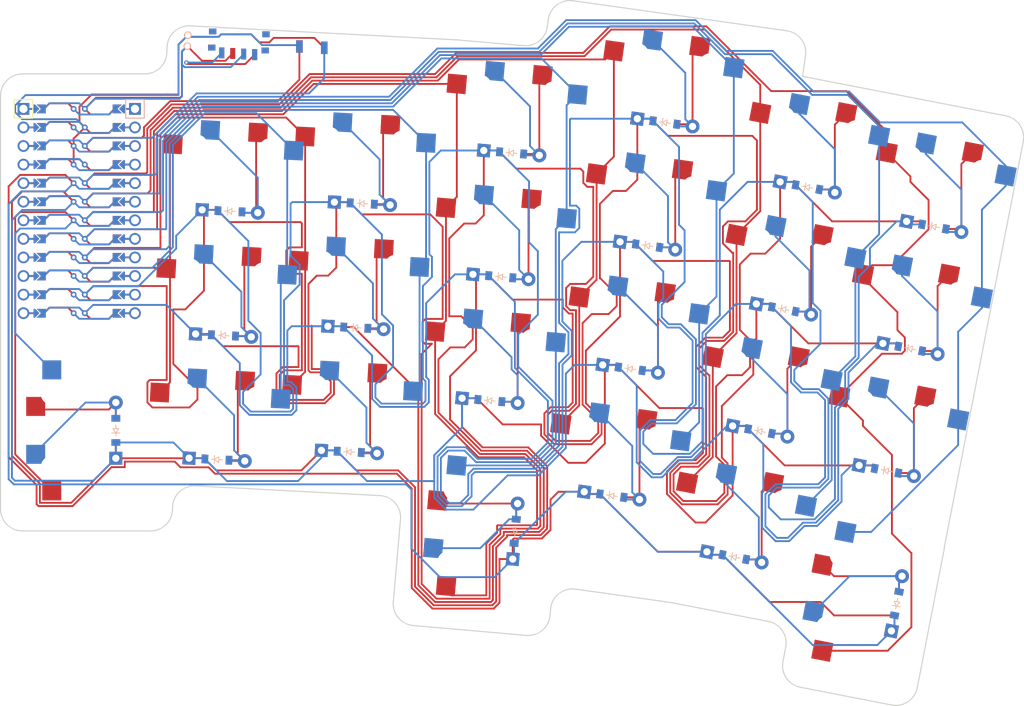
<source format=kicad_pcb>
(kicad_pcb (version 20211014) (generator pcbnew)
  (title_block (title "itemun") (rev "v1.0.0") (company "Unknown"))
  (layers (0 "F.Cu" signal) (31 "B.Cu" signal) (34 "B.Paste" user) (35 "F.Paste" user) (36 "B.SilkS" user "B.Silkscreen") (37 "F.SilkS" user "F.Silkscreen") (38 "B.Mask" user) (39 "F.Mask" user) (44 "Edge.Cuts" user))
  (net 0 "")
  (net 1 "outouter_bottom")
  (net 2 "P4")
  (net 3 "P3")
  (net 4 "outer_bottom")
  (net 5 "P14")
  (net 6 "outer_home")
  (net 7 "P10")
  (net 8 "outer_top")
  (net 9 "P16")
  (net 10 "pinkie_bottom")
  (net 11 "P15")
  (net 12 "pinkie_home")
  (net 13 "pinkie_top")
  (net 14 "ring_bottom")
  (net 15 "P18")
  (net 16 "ring_home")
  (net 17 "ring_top")
  (net 18 "middle_bottom")
  (net 19 "P19")
  (net 20 "middle_home")
  (net 21 "middle_top")
  (net 22 "index_bottom")
  (net 23 "P20")
  (net 24 "index_home")
  (net 25 "index_top")
  (net 26 "inner_bottom")
  (net 27 "P21")
  (net 28 "inner_home")
  (net 29 "inner_top")
  (net 30 "ctrl_first")
  (net 31 "P2")
  (net 32 "alt_first")
  (net 33 "shift_first")
  (net 34 "e_first")
  (net 35 "RAW")
  (net 36 "GND")
  (net 37 "RST")
  (net 38 "VCC")
  (net 39 "P1")
  (net 40 "P0")
  (net 41 "P5")
  (net 42 "P6")
  (net 43 "P7")
  (net 44 "P8")
  (net 45 "P9")
  (net 46 "pos")
  (footprint "lib:bat" (layer "F.Cu") (at 32.741201 -54.866767 177)
    (fp_text reference "")
    (fp_text value "")
  )
  (footprint "PG1350" (layer "F.Cu") (at 108.40179 10.850222 -11)
    (fp_text reference "S22" hide)
    (fp_text value "" hide)
  )
  (footprint "PG1350" (layer "F.Cu") (at 38.78956 -36.525084 -3)
    (fp_text reference "S4" hide)
    (fp_text value "" hide)
  )
  (footprint "ComboDiode" (layer "F.Cu") (at 129.643552 22.11022 79)
    (fp_text reference "D23" hide)
    (fp_text value "" hide)
  )
  (footprint "PG1350" (layer "F.Cu") (at 17.931505 -1.568803 90)
    (fp_text reference "S1" hide)
    (fp_text value "" hide)
  )
  (footprint "PG1350" (layer "F.Cu") (at 55.090141 -3.626891 -3)
    (fp_text reference "S5" hide)
    (fp_text value "" hide)
  )
  (footprint "ComboDiode" (layer "F.Cu") (at 117.446939 -34.824045 -11)
    (fp_text reference "D16" hide)
    (fp_text value "" hide)
  )
  (footprint "PG1350" (layer "F.Cu") (at 91.412004 2.403498 -8)
    (fp_text reference "S21" hide)
    (fp_text value "" hide)
  )
  (footprint "PG1350" (layer "F.Cu") (at 132.444903 -17.646702 -11)
    (fp_text reference "S18" hide)
    (fp_text value "" hide)
  )
  (footprint "ComboDiode" (layer "F.Cu") (at 54.828461 1.366257 -3)
    (fp_text reference "D5" hide)
    (fp_text value "" hide)
  )
  (footprint "PG1350" (layer "F.Cu") (at 124.735417 21.156175 79)
    (fp_text reference "S23" hide)
    (fp_text value "" hide)
  )
  (footprint "Button_Switch_SMD:SW_SPDT_PCM12" (layer "F.Cu") (at 39.731607 -54.500415 177)
    (fp_text reference "")
    (fp_text value "")
  )
  (footprint "Button_Switch_SMD:SW_SPST_B3U-1000P" (layer "F.Cu") (at 49.717903 -53.977056 177)
    (fp_text reference "")
    (fp_text value "")
  )
  (footprint "ComboDiode" (layer "F.Cu") (at 36.748458 2.421468 -3)
    (fp_text reference "D2" hide)
    (fp_text value "" hide)
  )
  (footprint "PG1350" (layer "F.Cu") (at 96.299367 -31.777311 -8)
    (fp_text reference "S12" hide)
    (fp_text value "" hide)
  )
  (footprint "PG1350" (layer "F.Cu") (at 115.157231 -23.044518 -11)
    (fp_text reference "S15" hide)
    (fp_text value "" hide)
  )
  (footprint "ComboDiode" (layer "F.Cu") (at 37.638169 -14.555234 -3)
    (fp_text reference "D3" hide)
    (fp_text value "" hide)
  )
  (footprint "PG1350" (layer "F.Cu") (at 77.446085 -44.492164 -5)
    (fp_text reference "S10" hide)
    (fp_text value "" hide)
  )
  (footprint "ComboDiode" (layer "F.Cu") (at 56.607884 -32.587148 -3)
    (fp_text reference "D7" hide)
    (fp_text value "" hide)
  )
  (footprint "ComboDiode" (layer "F.Cu") (at 75.528659 -22.575881 -5)
    (fp_text reference "D9" hide)
    (fp_text value "" hide)
  )
  (footprint "PG1350" (layer "F.Cu") (at 118.400984 -39.73218 -11)
    (fp_text reference "S16" hide)
    (fp_text value "" hide)
  )
  (footprint "PG1350" (layer "F.Cu") (at 55.979853 -20.603593 -3)
    (fp_text reference "S6" hide)
    (fp_text value "" hide)
  )
  (footprint "PG1350" (layer "F.Cu") (at 56.869564 -37.580295 -3)
    (fp_text reference "S7" hide)
    (fp_text value "" hide)
  )
  (footprint "ComboDiode" (layer "F.Cu") (at 38.52788 -31.531936 -3)
    (fp_text reference "D4" hide)
    (fp_text value "" hide)
  )
  (footprint "PG1350" (layer "F.Cu") (at 72.521786 11.792837 85)
    (fp_text reference "S20" hide)
    (fp_text value "" hide)
  )
  (footprint "ComboDiode" (layer "F.Cu") (at 131.490858 -12.738566 -11)
    (fp_text reference "D18" hide)
    (fp_text value "" hide)
  )
  (footprint "PG1350" (layer "F.Cu") (at 129.20115 -0.95904 -11)
    (fp_text reference "S17" hide)
    (fp_text value "" hide)
  )
  (footprint "PG1350" (layer "F.Cu") (at 37.899849 -19.548381 -3)
    (fp_text reference "S3" hide)
    (fp_text value "" hide)
  )
  (footprint "ComboDiode" (layer "F.Cu") (at 90.716138 7.354838 -8)
    (fp_text reference "D21" hide)
    (fp_text value "" hide)
  )
  (footprint "ComboDiode" (layer "F.Cu") (at 74.047011 -5.640571 -5)
    (fp_text reference "D8" hide)
    (fp_text value "" hide)
  )
  (footprint "ComboDiode" (layer "F.Cu") (at 97.969444 -43.660527 -8)
    (fp_text reference "D13" hide)
    (fp_text value "" hide)
  )
  (footprint "ComboDiode" (layer "F.Cu") (at 107.447745 15.758358 -11)
    (fp_text reference "D22" hide)
    (fp_text value "" hide)
  )
  (footprint "ComboDiode" (layer "F.Cu") (at 93.237558 -9.991413 -8)
    (fp_text reference "D11" hide)
    (fp_text value "" hide)
  )
  (footprint "ComboDiode" (layer "F.Cu") (at 134.734611 -29.426228 -11)
    (fp_text reference "D19" hide)
    (fp_text value "" hide)
  )
  (footprint "ComboDiode" (layer "F.Cu") (at 77.502759 12.228615 85)
    (fp_text reference "D20" hide)
    (fp_text value "" hide)
  )
  (footprint "PG1350" (layer "F.Cu") (at 135.688656 -34.334364 -11)
    (fp_text reference "S19" hide)
    (fp_text value "" hide)
  )
  (footprint "ComboDiode" (layer "F.Cu") (at 95.603501 -26.82597 -8)
    (fp_text reference "D12" hide)
    (fp_text value "" hide)
  )
  (footprint "ComboDiode" (layer "F.Cu") (at 22.931505 -1.568803 90)
    (fp_text reference "D1" hide)
    (fp_text value "" hide)
  )
  (footprint "PG1350" (layer "F.Cu") (at 93.933424 -14.942753 -8)
    (fp_text reference "S11" hide)
    (fp_text value "" hide)
  )
  (footprint "ComboDiode" (layer "F.Cu") (at 114.203186 -18.136382 -11)
    (fp_text reference "D15" hide)
    (fp_text value "" hide)
  )
  (footprint "PG1350" (layer "F.Cu") (at 111.913479 -6.356856 -11)
    (fp_text reference "S14" hide)
    (fp_text value "" hide)
  )
  (footprint "PG1350" (layer "F.Cu") (at 75.964438 -27.556854 -5)
    (fp_text reference "S9" hide)
    (fp_text value "" hide)
  )
  (footprint "ComboDiode" (layer "F.Cu") (at 55.718173 -15.610446 -3)
    (fp_text reference "D6" hide)
    (fp_text value "" hide)
  )
  (footprint "PG1350" (layer "F.Cu") (at 74.48279 -10.621544 -5)
    (fp_text reference "S8" hide)
    (fp_text value "" hide)
  )
  (footprint "ProMicro" (layer "F.Cu") (at 17.931505 -31.568803 -90)
    (fp_text reference "MCU1" hide)
    (fp_text value "")
  )
  (footprint "PG1350" (layer "F.Cu") (at 98.665309 -48.611868 -8)
    (fp_text reference "S13" hide)
    (fp_text value "" hide)
  )
  (footprint "ComboDiode" (layer "F.Cu") (at 110.959434 -1.44872 -11)
    (fp_text reference "D14" hide)
    (fp_text value "" hide)
  )
  (footprint "PG1350" (layer "F.Cu") (at 37.010138 -2.571679 -3)
    (fp_text reference "S2" hide)
    (fp_text value "" hide)
  )
  (footprint "ComboDiode" (layer "F.Cu") (at 77.010307 -39.511191 -5)
    (fp_text reference "D10" hide)
    (fp_text value "" hide)
  )
  (footprint "ComboDiode" (layer "F.Cu") (at 128.247105 3.949096 -11)
    (fp_text reference "D17" hide)
    (fp_text value "" hide)
  )
  (footprint "VIA-0.6mm" (layer "F.Cu") (at 32.584193 -51.870878 -3)
    (fp_text reference "REF**" hide)
    (fp_text value "VIA-0.6mm" hide)
  )
  (gr_line (start 85.415793 -60.319784) (end 114.628701 -56.214178) (layer "Edge.Cuts") (width 0.15))
  (gr_line (start 136.136752 14.458599) (end 136.172186 14.465486) (layer "Edge.Cuts") (width 0.15))
  (gr_arc (start 112.104145 24.558525) (mid 114.018831 25.825828) (end 114.4766 28.075834) (layer "Edge.Cuts") (width 0.15))
  (gr_arc (start 81.883908 -56.745001) (mid 80.780648 -54.814695) (end 78.651636 -54.173935) (layer "Edge.Cuts") (width 0.15))
  (gr_arc (start 10.181505 12.181197) (mid 8.060185 11.302517) (end 7.181505 9.181197) (layer "Edge.Cuts") (width 0.15))
  (gr_line (start 30.681505 9.019999) (end 30.681505 9.181197) (layer "Edge.Cuts") (width 0.15))
  (gr_line (start 33.0971 -56.880901) (end 49.075173 -56.043526) (layer "Edge.Cuts") (width 0.15))
  (gr_line (start 114.094982 30.039088) (end 114.4766 28.075834) (layer "Edge.Cuts") (width 0.15))
  (gr_arc (start 29.944203 -54.04202) (mid 30.9327 -56.114447) (end 33.0971 -56.880901) (layer "Edge.Cuts") (width 0.15))
  (gr_arc (start 98.716408 21.960401) (mid 98.794032 21.972348) (end 98.871316 21.986324) (layer "Edge.Cuts") (width 0.15))
  (gr_line (start 132.45141 33.607216) (end 136.172186 14.465486) (layer "Edge.Cuts") (width 0.15))
  (gr_line (start 85.751779 20.138341) (end 98.716408 21.960401) (layer "Edge.Cuts") (width 0.15))
  (gr_line (start 69.59701 -54.968022) (end 69.59691 -54.966121) (layer "Edge.Cuts") (width 0.15))
  (gr_arc (start 116.467437 33.556397) (mid 114.552751 32.289094) (end 114.094982 30.039088) (layer "Edge.Cuts") (width 0.15))
  (gr_line (start 7.181505 9.181197) (end 7.181505 -47.318803) (layer "Edge.Cuts") (width 0.15))
  (gr_line (start 49.075173 -56.043525) (end 69.59701 -54.968022) (layer "Edge.Cuts") (width 0.15))
  (gr_line (start 117.181986 -52.825855) (end 116.78194 -49.979379) (layer "Edge.Cuts") (width 0.15))
  (gr_arc (start 132.451411 33.607216) (mid 131.184108 35.521902) (end 128.934102 35.979671) (layer "Edge.Cuts") (width 0.15))
  (gr_line (start 81.883907 -56.745) (end 82.027469 -57.7665) (layer "Edge.Cuts") (width 0.15))
  (gr_arc (start 82.267808 23.737712) (mid 81.207587 25.774378) (end 79.017757 26.464829) (layer "Edge.Cuts") (width 0.15))
  (gr_line (start 63.576739 25.113915) (end 79.017757 26.464829) (layer "Edge.Cuts") (width 0.15))
  (gr_arc (start 30.681505 9.181197) (mid 29.802825 11.302517) (end 27.681505 12.181197) (layer "Edge.Cuts") (width 0.15))
  (gr_arc (start 30.681506 9.019999) (mid 31.616442 6.843877) (end 33.838513 6.024111) (layer "Edge.Cuts") (width 0.15))
  (gr_line (start 60.849622 21.863864) (end 61.835055 10.600307) (layer "Edge.Cuts") (width 0.15))
  (gr_line (start 116.467437 33.556397) (end 128.934102 35.979671) (layer "Edge.Cuts") (width 0.15))
  (gr_arc (start 7.181505 -47.318803) (mid 8.060185 -49.440123) (end 10.181505 -50.318803) (layer "Edge.Cuts") (width 0.15))
  (gr_arc (start 82.345675 22.847679) (mid 83.466715 20.761321) (end 85.751779 20.138341) (layer "Edge.Cuts") (width 0.15))
  (gr_line (start 116.78194 -49.979379) (end 144.556645 -44.580523) (layer "Edge.Cuts") (width 0.15))
  (gr_line (start 98.871316 21.986324) (end 112.104145 24.558525) (layer "Edge.Cuts") (width 0.15))
  (gr_line (start 10.181505 -50.318803) (end 26.902184 -50.318803) (layer "Edge.Cuts") (width 0.15))
  (gr_arc (start 59.003479 7.342952) (mid 61.110599 8.370663) (end 61.835055 10.600307) (layer "Edge.Cuts") (width 0.15))
  (gr_line (start 29.898073 -53.161795) (end 29.944203 -54.04202) (layer "Edge.Cuts") (width 0.15))
  (gr_arc (start 63.576739 25.113915) (mid 61.540073 24.053694) (end 60.849622 21.863864) (layer "Edge.Cuts") (width 0.15))
  (gr_arc (start 29.898073 -53.161795) (mid 28.967248 -51.14268) (end 26.902184 -50.318803) (layer "Edge.Cuts") (width 0.15))
  (gr_arc (start 114.628701 -56.214178) (mid 116.607088 -55.048819) (end 117.181986 -52.825855) (layer "Edge.Cuts") (width 0.15))
  (gr_line (start 10.181505 12.181197) (end 27.681505 12.181197) (layer "Edge.Cuts") (width 0.15))
  (gr_line (start 82.345676 22.847678) (end 82.267808 23.737712) (layer "Edge.Cuts") (width 0.15))
  (gr_line (start 69.59691 -54.966121) (end 78.651636 -54.173935) (layer "Edge.Cuts") (width 0.15))
  (gr_line (start 136.136752 14.458599) (end 146.929099 -41.063214) (layer "Edge.Cuts") (width 0.15))
  (gr_arc (start 82.02747 -57.766499) (mid 83.192829 -59.744886) (end 85.415793 -60.319784) (layer "Edge.Cuts") (width 0.15))
  (gr_arc (start 144.556645 -44.580522) (mid 146.47133 -43.313219) (end 146.929099 -41.063214) (layer "Edge.Cuts") (width 0.15))
  (gr_line (start 33.838513 6.024111) (end 59.003479 7.342951) (layer "Edge.Cuts") (width 0.15))
  (segment (start 22.931505 -5.378803) (end 21.979005 -4.426303) (width 0.25) (layer "F.Cu") (net 1))
  (segment (start 21.979005 -4.426303) (end 12.399005 -4.426303) (width 0.25) (layer "F.Cu") (net 1))
  (segment (start 12.399005 -4.426303) (end 11.981505 -4.843803) (width 0.25) (layer "F.Cu") (net 1))
  (segment (start 22.931505 -3.218803) (end 22.931505 -5.378803) (width 0.25) (layer "F.Cu") (net 1))
  (segment (start 22.931505 -5.378803) (end 22.931505 -3.218803) (width 0.25) (layer "B.Cu") (net 1))
  (segment (start 11.981505 1.426196) (end 18.786504 -5.378803) (width 0.25) (layer "B.Cu") (net 1))
  (segment (start 18.786504 -5.378803) (end 22.931505 -5.378803) (width 0.25) (layer "B.Cu") (net 1))
  (segment (start 11.981505 1.706197) (end 11.981505 1.426196) (width 0.25) (layer "B.Cu") (net 1))
  (segment (start 14.181505 6.706197) (end 9.186505 1.711197) (width 0.25) (layer "F.Cu") (net 2))
  (segment (start 9.845514 -31.423803) (end 16.044505 -31.423803) (width 0.25) (layer "F.Cu") (net 2))
  (segment (start 9.186505 -30.764794) (end 9.845514 -31.423803) (width 0.25) (layer "F.Cu") (net 2))
  (segment (start 9.186505 1.711197) (end 9.186505 -30.764794) (width 0.25) (layer "F.Cu") (net 2))
  (segment (start 16.044505 -31.423803) (end 17.169505 -30.298803) (width 0.25) (layer "F.Cu") (net 2))
  (segment (start 9.845514 -29.173803) (end 16.044505 -29.173803) (width 0.25) (layer "B.Cu") (net 2))
  (segment (start 14.181505 -9.843803) (end 9.186505 -14.838803) (width 0.25) (layer "B.Cu") (net 2))
  (segment (start 16.044505 -29.173803) (end 17.169505 -30.298803) (width 0.25) (layer "B.Cu") (net 2))
  (segment (start 9.186505 -14.838803) (end 9.186505 -28.514794) (width 0.25) (layer "B.Cu") (net 2))
  (segment (start 9.186505 -28.514794) (end 9.845514 -29.173803) (width 0.25) (layer "B.Cu") (net 2))
  (segment (start 10.120911 -34.2392) (end 15.769108 -34.2392) (width 0.25) (layer "F.Cu") (net 3))
  (segment (start 97.201865 -4.6228) (end 103.0986 -4.6228) (width 0.25) (layer "F.Cu") (net 3))
  (segment (start 8.736505 1.897593) (end 8.736505 -32.854794) (width 0.25) (layer "F.Cu") (net 3))
  (segment (start 103.156048 1.519299) (end 102.182077 2.49327) (width 0.25) (layer "F.Cu") (net 3))
  (segment (start 73.050788 0.7582) (end 70.251509 -2.041079) (width 0.25) (layer "F.Cu") (net 3))
  (segment (start 103.0986 -4.6228) (end 103.156048 -4.565352) (width 0.25) (layer "F.Cu") (net 3))
  (segment (start 36.663973 3.898368) (end 48.292171 3.898368) (width 0.25) (layer "F.Cu") (net 3))
  (segment (start 32.943679 2.222068) (end 34.987673 2.222068) (width 0.25) (layer "F.Cu") (net 3))
  (segment (start 126.215273 3.222114) (end 126.62742 3.634261) (width 0.25) (layer "F.Cu") (net 3))
  (segment (start 70.251509 -2.041079) (end 70.251509 -5.972634) (width 0.25) (layer "F.Cu") (net 3))
  (segment (start 107.219434 7.317865) (end 107.219434 -2.175702) (width 0.25) (layer "F.Cu") (net 3))
  (segment (start 81.857 11.500396) (end 81.857 11.873188) (width 0.25) (layer "F.Cu") (net 3))
  (segment (start 16.841505 8.331197) (end 12.556505 8.331197) (width 0.25) (layer "F.Cu") (net 3))
  (segment (start 70.251509 -5.972634) (end 72.215034 -5.972634) (width 0.25) (layer "F.Cu") (net 3))
  (segment (start 87.128253 2.863947) (end 84.757937 2.863947) (width 0.25) (layer "F.Cu") (net 3))
  (segment (start 99.806623 2.49327) (end 98.245192 4.054701) (width 0.25) (layer "F.Cu") (net 3))
  (segment (start 79.296396 0.7582) (end 73.050788 0.7582) (width 0.25) (layer "F.Cu") (net 3))
  (segment (start 81.857 11.873188) (end 80.969713 12.760475) (width 0.25) (layer "F.Cu") (net 3))
  (segment (start 81.046161 -0.847829) (end 81.046161 -2.3876) (width 0.25) (layer "F.Cu") (net 3))
  (segment (start 35.100719 2.335114) (end 36.663973 3.898368) (width 0.25) (layer "F.Cu") (net 3))
  (segment (start 12.556505 8.331197) (end 12.556505 5.717593) (width 0.25) (layer "F.Cu") (net 3))
  (segment (start 22.931505 0.081197) (end 22.931505 2.241197) (width 0.25) (layer "F.Cu") (net 3))
  (segment (start 76.4032 12.954893) (end 74.91033 14.447763) (width 0.25) (layer "F.Cu") (net 3))
  (segment (start 91.603616 -10.221049) (end 97.201865 -4.6228) (width 0.25) (layer "F.Cu") (net 3))
  (segment (start 89.464637 -10.521663) (end 89.757564 -10.228736) (width 0.25) (layer "F.Cu") (net 3))
  (segment (start 81.046161 -2.3876) (end 75.800068 -2.3876) (width 0.25) (layer "F.Cu") (net 3))
  (segment (start 15.769108 -34.2392) (end 17.169505 -32.838803) (width 0.25) (layer "F.Cu") (net 3))
  (segment (start 48.292171 3.898368) (end 51.023682 1.166857) (width 0.25) (layer "F.Cu") (net 3))
  (segment (start 74.381192 22.3448) (end 66.37761 22.3448) (width 0.25) (layer "F.Cu") (net 3))
  (segment (start 63.819427 6.1976) (end 61.520195 3.898368) (width 0.25) (layer "F.Cu") (net 3))
  (segment (start 114.325418 3.222114) (end 124.507105 3.222114) (width 0.25) (layer "F.Cu") (net 3))
  (segment (start 53.067676 1.166857) (end 53.180722 1.279903) (width 0.25) (layer "F.Cu") (net 3))
  (segment (start 103.156048 -4.565352) (end 103.156048 1.519299) (width 0.25) (layer "F.Cu") (net 3))
  (segment (start 89.757564 -10.228736) (end 89.757564 0.234636) (width 0.25) (layer "F.Cu") (net 3))
  (segment (start 107.219434 -2.175702) (end 108.927602 -2.175702) (width 0.25) (layer "F.Cu") (net 3))
  (segment (start 84.757937 2.863947) (end 81.046161 -0.847829) (width 0.25) (layer "F.Cu") (net 3))
  (segment (start 75.800068 -2.3876) (end 72.40329 -5.784378) (width 0.25) (layer "F.Cu") (net 3))
  (segment (start 34.987673 2.222068) (end 35.100719 2.335114) (width 0.25) (layer "F.Cu") (net 3))
  (segment (start 102.146215 11.026674) (end 103.510625 11.026674) (width 0.25) (layer "F.Cu") (net 3))
  (segment (start 81.8824 3.4544) (end 81.8824 11.474996) (width 0.25) (layer "F.Cu") (net 3))
  (segment (start 12.556505 5.717593) (end 8.736505 1.897593) (width 0.25) (layer "F.Cu") (net 3))
  (segment (start 80.969713 12.760475) (end 76.4032 12.760475) (width 0.25) (layer "F.Cu") (net 3))
  (segment (start 32.92455 2.241197) (end 32.943679 2.222068) (width 0.25) (layer "F.Cu") (net 3))
  (segment (start 63.819427 19.786617) (end 63.819427 6.1976) (width 0.25) (layer "F.Cu") (net 3))
  (segment (start 103.510625 11.026674) (end 107.219434 7.317865) (width 0.25) (layer "F.Cu") (net 3))
  (segment (start 124.507105 3.222114) (end 126.215273 3.222114) (width 0.25) (layer "F.Cu") (net 3))
  (segment (start 66.37761 22.3448) (end 63.819427 19.786617) (width 0.25) (layer "F.Cu") (net 3))
  (segment (start 51.023682 1.166857) (end 53.067676 1.166857) (width 0.25) (layer "F.Cu") (net 3))
  (segment (start 74.91033 21.815662) (end 74.381192 22.3448) (width 0.25) (layer "F.Cu") (net 3))
  (segment (start 22.931505 2.241197) (end 32.92455 2.241197) (width 0.25) (layer "F.Cu") (net 3))
  (segment (start 22.931505 2.241197) (end 16.841505 8.331197) (width 0.25) (layer "F.Cu") (net 3))
  (segment (start 102.182077 2.49327) (end 99.806623 2.49327) (width 0.25) (layer "F.Cu") (net 3))
  (segment (start 55.799187 3.898368) (end 53.180722 1.279903) (width 0.25) (layer "F.Cu") (net 3))
  (segment (start 109.339749 -1.763555) (end 114.325418 3.222114) (width 0.25) (layer "F.Cu") (net 3))
  (segment (start 8.736505 -32.854794) (end 10.120911 -34.2392) (width 0.25) (layer "F.Cu") (net 3))
  (segment (start 76.4032 12.760475) (end 76.4032 12.954893) (width 0.25) (layer "F.Cu") (net 3))
  (segment (start 74.91033 14.447763) (end 74.91033 21.815662) (width 0.25) (layer "F.Cu") (net 3))
  (segment (start 98.245192 4.054701) (end 98.245192 7.125651) (width 0.25) (layer "F.Cu") (net 3))
  (segment (start 81.8426 3.304404) (end 79.296396 0.7582) (width 0.25) (layer "F.Cu") (net 3))
  (segment (start 98.245192 7.125651) (end 102.146215 11.026674) (width 0.25) (layer "F.Cu") (net 3))
  (segment (start 72.215034 -5.972634) (end 72.40329 -5.784378) (width 0.25) (layer "F.Cu") (net 3))
  (segment (start 89.757564 0.234636) (end 87.128253 2.863947) (width 0.25) (layer "F.Cu") (net 3))
  (segment (start 61.520195 3.898368) (end 55.799187 3.898368) (width 0.25) (layer "F.Cu") (net 3))
  (segment (start 89.464637 -10.521663) (end 91.303002 -10.521663) (width 0.25) (layer "F.Cu") (net 3))
  (segment (start 91.303002 -10.521663) (end 91.603616 -10.221049) (width 0.25) (layer "F.Cu") (net 3))
  (segment (start 108.927602 -2.175702) (end 109.339749 -1.763555) (width 0.25) (layer "F.Cu") (net 3))
  (segment (start 81.8824 11.474996) (end 81.857 11.500396) (width 0.25) (layer "F.Cu") (net 3))
  (segment (start 108.927602 -2.175702) (end 109.339749 -1.763555) (width 0.25) (layer "B.Cu") (net 3))
  (segment (start 111.412105 0.308801) (end 111.412105 6.812076) (width 0.25) (layer "B.Cu") (net 3))
  (segment (start 99.881396 2.534924) (end 97.571469 4.844851) (width 0.25) (layer "B.Cu") (net 3))
  (segment (start 66.44247 4.856198) (end 66.446834 4.851834) (width 0.25) (layer "B.Cu") (net 3))
  (segment (start 9.141598 5.306198) (end 8.736505 4.901105) (width 0.25) (layer "B.Cu") (net 3))
  (segment (start 94.115085 -7.709579) (end 91.603616 -10.221049) (width 0.25) (layer "B.Cu") (net 3))
  (segment (start 22.931505 0.081197) (end 30.802808 0.081197) (width 0.25) (layer "B.Cu") (net 3))
  (segment (start 47.825336 5.362264) (end 51.023682 2.163918) (width 0.25) (layer "B.Cu") (net 3))
  (segment (start 91.303002 -10.521663) (end 91.603616 -10.221049) (width 0.25) (layer "B.Cu") (net 3))
  (segment (start 72.215034 -5.972634) (end 72.40329 -5.784378) (width 0.25) (layer "B.Cu") (net 3))
  (segment (start 80.694792 4.5758) (end 84.421867 0.848725) (width 0.25) (layer "B.Cu") (net 3))
  (segment (start 109.339749 -1.763555) (end 111.412105 0.308801) (width 0.25) (layer "B.Cu") (net 3))
  (segment (start 111.412105 6.812076) (end 111.250459 6.973722) (width 0.25) (layer "B.Cu") (net 3))
  (segment (start 38.127869 5.362264) (end 47.825336 5.362264) (width 0.25) (layer "B.Cu") (net 3))
  (segment (start 66.446834 1.816938) (end 70.251509 -1.987737) (width 0.25) (layer "B.Cu") (net 3))
  (segment (start 66.446834 5.486834) (end 66.446834 7.634472) (width 0.25) (layer "B.Cu") (net 3))
  (segment (start 19.866504 5.306198) (end 9.141598 5.306198) (width 0.25) (layer "B.Cu") (net 3))
  (segment (start 85.62173 -10.521663) (end 89.464637 -10.521663) (width 0.25) (layer "B.Cu") (net 3))
  (segment (start 111.250459 11.734655) (end 113.091376 13.575572) (width 0.25) (layer "B.Cu") (net 3))
  (segment (start 70.251509 -5.972634) (end 72.215034 -5.972634) (width 0.25) (layer "B.Cu") (net 3))
  (segment (start 107.219434 -2.175702) (end 108.927602 -2.175702) (width 0.25) (layer "B.Cu") (net 3))
  (segment (start 124.507105 3.222114) (end 126.215273 3.222114) (width 0.25) (layer "B.Cu") (net 3))
  (segment (start 66.446834 5.436034) (end 66.446834 1.816938) (width 0.25) (layer "B.Cu") (net 3))
  (segment (start 113.091376 13.575572) (end 114.948055 13.575572) (width 0.25) (layer "B.Cu") (net 3))
  (segment (start 51.023682 1.166857) (end 53.067676 1.166857) (width 0.25) (layer "B.Cu") (net 3))
  (segment (start 22.931505 2.241197) (end 22.931505 0.081197) (width 0.25) (layer "B.Cu") (net 3))
  (segment (start 34.987673 2.222068) (end 35.100719 2.335114) (width 0.25) (layer "B.Cu") (net 3))
  (segment (start 94.110242 -2.707103) (end 94.115085 -2.711946) (width 0.25) (layer "B.Cu") (net 3))
  (segment (start 118.775764 11.497231) (end 122.101978 8.171016) (width 0.25) (layer "B.Cu") (net 3))
  (segment (start 76.4794 4.5758) (end 80.694792 4.5758) (width 0.25) (layer "B.Cu") (net 3))
  (segment (start 123.451864 3.222114) (end 124.507105 3.222114) (width 0.25) (layer "B.Cu") (net 3))
  (segment (start 16.044505 -31.713803) (end 17.169505 -32.838803) (width 0.25) (layer "B.Cu") (net 3))
  (segment (start 94.110242 2.790796) (end 94.110242 -2.707103) (width 0.25) (layer "B.Cu") (net 3))
  (segment (start 97.571469 4.844851) (end 96.164297 4.844851) (width 0.25) (layer "B.Cu") (net 3))
  (segment (start 35.100719 2.335114) (end 38.127869 5.362264) (width 0.25) (layer "B.Cu") (net 3))
  (segment (start 32.943679 2.222068) (end 34.987673 2.222068) (width 0.25) (layer "B.Cu") (net 3))
  (segment (start 89.464637 -10.521663) (end 91.303002 -10.521663) (width 0.25) (layer "B.Cu") (net 3))
  (segment (start 30.802808 0.081197) (end 32.943679 2.222068) (width 0.25) (layer "B.Cu") (net 3))
  (segment (start 53.180722 1.279903) (end 57.263083 5.362264) (width 0.25) (layer "B.Cu") (net 3))
  (segment (start 96.164297 4.844851) (end 94.110242 2.790796) (width 0.25) (layer "B.Cu") (net 3))
  (segment (start 22.931505 2.241197) (end 19.866504 5.306198) (width 0.25) (layer "B.Cu") (net 3))
  (segment (start 8.736505 4.901105) (end 8.736505 -30.314795) (width 0.25) (layer "B.Cu") (net 3))
  (segment (start 117.026396 11.497231) (end 118.775764 11.497231) (width 0.25) (layer "B.Cu") (net 3))
  (segment (start 66.373064 5.362264) (end 66.446834 5.436034) (width 0.25) (layer "B.Cu") (net 3))
  (segment (start 122.101978 8.171016) (end 122.101978 4.572) (width 0.25) (layer "B.Cu") (net 3))
  (segment (start 8.736505 -30.314795) (end 10.135514 -31.713803) (width 0.25) (layer "B.Cu") (net 3))
  (segment (start 71.79517 9.26003) (end 76.4794 4.5758) (width 0.25) (layer "B.Cu") (net 3))
  (segment (start 122.101978 4.572) (end 123.451864 3.222114) (width 0.25) (layer "B.Cu") (net 3))
  (segment (start 126.215273 3.222114) (end 126.62742 3.634261) (width 0.25) (layer "B.Cu") (net 3))
  (segment (start 66.446834 1.816938) (end 66.446834 4.851834) (width 0.25) (layer "B.Cu") (net 3))
  (segment (start 51.023682 2.163918) (end 51.023682 1.166857) (width 0.25) (layer "B.Cu") (net 3))
  (segment (start 107.219434 -2.175702) (end 106.452833 -2.175702) (width 0.25) (layer "B.Cu") (net 3))
  (segment (start 114.948055 13.575572) (end 117.026396 11.497231) (width 0.25) (layer "B.Cu") (net 3))
  (segment (start 94.115085 -2.711946) (end 94.115085 -7.709579) (width 0.25) (layer "B.Cu") (net 3))
  (segment (start 53.067676 1.166857) (end 53.180722 1.279903) (width 0.25) (layer "B.Cu") (net 3))
  (segment (start 106.452833 -2.175702) (end 101.742207 2.534924) (width 0.25) (layer "B.Cu") (net 3))
  (segment (start 111.250459 6.973722) (end 111.250459 11.734655) (width 0.25) (layer "B.Cu") (net 3))
  (segment (start 10.135514 -31.713803) (end 16.044505 -31.713803) (width 0.25) (layer "B.Cu") (net 3))
  (segment (start 70.251509 -1.987737) (end 70.251509 -5.972634) (width 0.25) (layer "B.Cu") (net 3))
  (segment (start 101.742207 2.534924) (end 99.881396 2.534924) (width 0.25) (layer "B.Cu") (net 3))
  (segment (start 66.446834 7.634472) (end 68.072392 9.26003) (width 0.25) (layer "B.Cu") (net 3))
  (segment (start 57.263083 5.362264) (end 66.373064 5.362264) (width 0.25) (layer "B.Cu") (net 3))
  (segment (start 66.446834 5.436034) (end 66.446834 5.486834) (width 0.25) (layer "B.Cu") (net 3))
  (segment (start 84.421867 0.848725) (end 84.421867 -9.3218) (width 0.25) (layer "B.Cu") (net 3))
  (segment (start 68.072392 9.26003) (end 71.79517 9.26003) (width 0.25) (layer "B.Cu") (net 3))
  (segment (start 84.421867 -9.3218) (end 85.62173 -10.521663) (width 0.25) (layer "B.Cu") (net 3))
  (segment (start 40.440191 2.507822) (end 40.553237 2.620868) (width 0.25) (layer "F.Cu") (net 4))
  (segment (start 39.600737 1.668368) (end 39.600737 -7.350812) (width 0.25) (layer "F.Cu") (net 4))
  (segment (start 39.600737 -7.350812) (end 40.592049 -8.342124) (width 0.25) (layer "F.Cu") (net 4))
  (segment (start 40.553237 2.620868) (end 39.600737 1.668368) (width 0.25) (layer "F.Cu") (net 4))
  (segment (start 38.396197 2.507822) (end 40.440191 2.507822) (width 0.25) (layer "F.Cu") (net 4))
  (segment (start 39.099639 1.16727) (end 40.553237 2.620868) (width 0.25) (layer "B.Cu") (net 4))
  (segment (start 38.509243 2.620868) (end 38.396197 2.507822) (width 0.25) (layer "B.Cu") (net 4))
  (segment (start 40.553237 2.620868) (end 38.509243 2.620868) (width 0.25) (layer "B.Cu") (net 4))
  (segment (start 34.051025 -8.684925) (end 39.099639 -3.636311) (width 0.25) (layer "B.Cu") (net 4))
  (segment (start 39.099639 -3.636311) (end 39.099639 1.16727) (width 0.25) (layer "B.Cu") (net 4))
  (segment (start 30.72216 -40.703025) (end 30.338249 -40.319114) (width 0.25) (layer "F.Cu") (net 5))
  (segment (start 19.818505 -23.803803) (end 18.693505 -22.678803) (width 0.25) (layer "F.Cu") (net 5))
  (segment (start 30.338249 -40.319114) (end 30.338249 -8.145131) (width 0.25) (layer "F.Cu") (net 5))
  (segment (start 29.754968 -23.803803) (end 19.818505 -23.803803) (width 0.25) (layer "F.Cu") (net 5))
  (segment (start 29.832449 -23.726322) (end 29.754968 -23.803803) (width 0.25) (layer "F.Cu") (net 5))
  (segment (start 30.338249 -8.145131) (end 28.942738 -6.74962) (width 0.25) (layer "F.Cu") (net 5))
  (segment (start 46.359768 -22.860162) (end 46.359768 -38.947154) (width 0.25) (layer "B.Cu") (net 5))
  (segment (start 45.470057 -21.970451) (end 46.359768 -22.860162) (width 0.25) (layer "B.Cu") (net 5))
  (segment (start 45.470057 -5.88346) (end 45.470057 -21.970451) (width 0.25) (layer "B.Cu") (net 5))
  (segment (start 30.731486 -40.595427) (end 30.731486 -26.614189) (width 0.25) (layer "B.Cu") (net 5))
  (segment (start 46.359768 -38.947154) (end 47.249479 -39.836865) (width 0.25) (layer "B.Cu") (net 5))
  (segment (start 42.139202 -44.947142) (end 35.083201 -44.947142) (width 0.25) (layer "B.Cu") (net 5))
  (segment (start 47.249479 -39.836865) (end 42.139202 -44.947142) (width 0.25) (layer "B.Cu") (net 5))
  (segment (start 19.818505 -23.803803) (end 18.693505 -22.678803) (width 0.25) (layer "B.Cu") (net 5))
  (segment (start 35.083201 -44.947142) (end 30.731486 -40.595427) (width 0.25) (layer "B.Cu") (net 5))
  (segment (start 27.9211 -23.803803) (end 19.818505 -23.803803) (width 0.25) (layer "B.Cu") (net 5))
  (segment (start 30.731486 -26.614189) (end 27.9211 -23.803803) (width 0.25) (layer "B.Cu") (net 5))
  (segment (start 41.442948 -14.355834) (end 40.490448 -15.308334) (width 0.25) (layer "F.Cu") (net 6))
  (segment (start 39.285908 -14.46888) (end 41.329902 -14.46888) (width 0.25) (layer "F.Cu") (net 6))
  (segment (start 40.490448 -15.308334) (end 40.490448 -24.327514) (width 0.25) (layer "F.Cu") (net 6))
  (segment (start 41.329902 -14.46888) (end 41.442948 -14.355834) (width 0.25) (layer "F.Cu") (net 6))
  (segment (start 40.490448 -24.327514) (end 41.48176 -25.318826) (width 0.25) (layer "F.Cu") (net 6))
  (segment (start 40.09591 -20.506453) (end 34.940736 -25.661627) (width 0.25) (layer "B.Cu") (net 6))
  (segment (start 41.329902 -14.46888) (end 41.442948 -14.355834) (width 0.25) (layer "B.Cu") (net 6))
  (segment (start 39.285908 -14.46888) (end 41.329902 -14.46888) (width 0.25) (layer "B.Cu") (net 6))
  (segment (start 41.442948 -14.355834) (end 40.09591 -15.702872) (width 0.25) (layer "B.Cu") (net 6))
  (segment (start 40.09591 -15.702872) (end 40.09591 -20.506453) (width 0.25) (layer "B.Cu") (net 6))
  (segment (start 117.56917 -13.465548) (end 127.750858 -13.465548) (width 0.25) (layer "F.Cu") (net 7))
  (segment (start 51.519796 -5.2904) (end 52.7486 -6.519204) (width 0.25) (layer "F.Cu") (net 7))
  (segment (start 72.864392 1.2082) (end 68.6054 -3.050792) (width 0.25) (layer "F.Cu") (net 7))
  (segment (start 81.407 3.6322) (end 81.4324 3.6068) (width 0.25) (layer "F.Cu") (net 7))
  (segment (start 79.11 1.2082) (end 72.864392 1.2082) (width 0.25) (layer "F.Cu") (net 7))
  (segment (start 106.8498 -15.233446) (end 105.871279 -14.254925) (width 0.25) (layer "F.Cu") (net 7))
  (segment (start 84.844259 -17.5514) (end 85.344 -17.5514) (width 0.25) (layer "F.Cu") (net 7))
  (segment (start 84.017581 -18.378078) (end 84.844259 -17.5514) (width 0.25) (layer "F.Cu") (net 7))
  (segment (start 49.702164 -15.875) (end 49.767318 -15.809846) (width 0.25) (layer "F.Cu") (net 7))
  (segment (start 64.269427 -6.856019) (end 64.269427 19.600221) (width 0.25) (layer "F.Cu") (net 7))
  (segment (start 37.553684 -13.078334) (end 47.856266 -13.078334) (width 0.25) (layer "F.Cu") (net 7))
  (segment (start 89.307564 -3.145087) (end 87.160855 -5.291796) (width 0.25) (layer "F.Cu") (net 7))
  (segment (start 106.534189 2.948345) (end 105.742522 2.156678) (width 0.25) (layer "F.Cu") (net 7))
  (segment (start 35.99043 -14.641588) (end 37.553684 -13.078334) (width 0.25) (layer "F.Cu") (net 7))
  (segment (start 73.696682 -22.907944) (end 73.884938 -22.719688) (width 0.25) (layer "F.Cu") (net 7))
  (segment (start 102.206881 -10.255171) (end 103.606048 -8.856004) (width 0.25) (layer "F.Cu") (net 7))
  (segment (start 85.344 -17.5514) (end 85.360855 -17.534545) (width 0.25) (layer "F.Cu") (net 7))
  (segment (start 105.742522 -4.900612) (end 110.045878 -9.203968) (width 0.25) (layer "F.Cu") (net 7))
  (segment (start 81.496161 -1.034225) (end 82.849514 0.319128) (width 0.25) (layer "F.Cu") (net 7))
  (segment (start 110.463186 -18.863364) (end 112.171354 -18.863364) (width 0.25) (layer "F.Cu") (net 7))
  (segment (start 53.957388 -15.809846) (end 54.070434 -15.6968) (width 0.25) (layer "F.Cu") (net 7))
  (segment (start 112.171354 -18.863364) (end 112.583501 -18.451217) (width 0.25) (layer "F.Cu") (net 7))
  (segment (start 74.46033 14.261367) (end 75.946 12.775697) (width 0.25) (layer "F.Cu") (net 7))
  (segment (start 72.153652 -12.517148) (end 72.153652 -22.487449) (width 0.25) (layer "F.Cu") (net 7))
  (segment (start 68.6054 -3.050792) (end 68.6054 -8.968896) (width 0.25) (layer "F.Cu") (net 7))
  (segment (start 77.148226 -19.4564) (end 84.017581 -19.4564) (width 0.25) (layer "F.Cu") (net 7))
  (segment (start 93.969559 -27.055606) (end 96.285565 -24.7396) (width 0.25) (layer "F.Cu") (net 7))
  (segment (start 85.360855 -17.534545) (end 85.360855 -5.377651) (width 0.25) (layer "F.Cu") (net 7))
  (segment (start 89.307564 -1.042826) (end 89.307564 -3.145087) (width 0.25) (layer "F.Cu") (net 7))
  (segment (start 98.695192 4.241097) (end 98.695192 6.939255) (width 0.25) (layer "F.Cu") (net 7))
  (segment (start 72.153652 -22.487449) (end 71.733157 -22.907944) (width 0.25) (layer "F.Cu") (net 7))
  (segment (start 51.256299 -9.958433) (end 49.702998 -9.958433) (width 0.25) (layer "F.Cu") (net 7))
  (segment (start 103.606048 -8.856004) (end 103.606048 1.705695) (width 0.25) (layer "F.Cu") (net 7))
  (segment (start 99.993019 2.94327) (end 98.695192 4.241097) (width 0.25) (layer "F.Cu") (net 7))
  (segment (start 105.742522 2.156678) (end 105.742522 -4.900612) (width 0.25) (layer "F.Cu") (net 7))
  (segment (start 103.495825 -14.254925) (end 102.206881 -12.965981) (width 0.25) (layer "F.Cu") (net 7))
  (segment (start 96.285565 -24.7396) (end 106.7816 -24.7396) (width 0.25) (layer "F.Cu") (net 7))
  (segment (start 75.946 12.310475) (end 80.783317 12.310475) (width 0.25) (layer "F.Cu") (net 7))
  (segment (start 49.702164 -9.959267) (end 49.702164 -15.875) (width 0.25) (layer "F.Cu") (net 7))
  (segment (start 84.721002 -4.737798) (end 82.344854 -4.737798) (width 0.25) (layer "F.Cu") (net 7))
  (segment (start 100.296013 8.540076) (end 105.172235 8.540076) (width 0.25) (layer "F.Cu") (net 7))
  (segment (start 81.496161 -3.889105) (end 81.496161 -1.034225) (width 0.25) (layer "F.Cu") (net 7))
  (segment (start 74.194796 21.8948) (end 74.46033 21.629266) (width 0.25) (layer "F.Cu") (net 7))
  (segment (start 87.160855 -5.291796) (end 87.160855 -12.4714) (width 0.25) (layer "F.Cu") (net 7))
  (segment (start 49.767318 -15.809846) (end 51.913394 -15.809846) (width 0.25) (layer "F.Cu") (net 7))
  (segment (start 110.045878 -13.7414) (end 110.463186 -14.158708) (width 0.25) (layer "F.Cu") (net 7))
  (segment (start 82.849514 0.319128) (end 87.94561 0.319128) (width 0.25) (layer "F.Cu") (net 7))
  (segment (start 91.83058 -27.35622) (end 93.668945 -27.35622) (width 0.25) (layer "F.Cu") (net 7))
  (segment (start 47.856266 -13.078334) (end 47.902164 -13.032436) (width 0.25) (layer "F.Cu") (net 7))
  (segment (start 33.83339 -14.754634) (end 35.877384 -14.754634) (width 0.25) (layer "F.Cu") (net 7))
  (segment (start 49.702998 -9.958433) (end 49.702164 -9.959267) (width 0.25) (layer "F.Cu") (net 7))
  (segment (start 82.344854 -4.737798) (end 81.496161 -3.889105) (width 0.25) (layer "F.Cu") (net 7))
  (segment (start 52.7486 -6.519204) (end 52.7486 -8.466133) (width 0.25) (layer "F.Cu") (net 7))
  (segment (start 93.668945 -27.35622) (end 93.969559 -27.055606) (width 0.25) (layer "F.Cu") (net 7))
  (segment (start 47.902164 -10.229) (end 45.754455 -10.229) (width 0.25) (layer "F.Cu") (net 7))
  (segment (start 73.884938 -22.719688) (end 77.148226 -19.4564) (width 0.25) (layer "F.Cu") (net 7))
  (segment (start 87.94561 0.319128) (end 89.307564 -1.042826) (width 0.25) (layer "F.Cu") (net 7))
  (segment (start 45.754455 -10.229) (end 44.881486 -9.356031) (width 0.25) (layer "F.Cu") (net 7))
  (segment (start 105.871279 -14.254925) (end 103.495825 -14.254925) (width 0.25) (layer "F.Cu") (net 7))
  (segment (start 105.172235 8.540076) (end 106.534189 7.178122) (width 0.25) (layer "F.Cu") (net 7))
  (segment (start 127.750858 -13.465548) (end 129.459026 -13.465548) (width 0.25) (layer "F.Cu") (net 7))
  (segment (start 64.269427 19.600221) (end 66.564006 21.8948) (width 0.25) (layer "F.Cu") (net 7))
  (segment (start 52.7486 -8.466133) (end 51.256299 -9.958433) (width 0.25) (layer "F.Cu") (net 7))
  (segment (start 102.206881 -12.965981) (end 102.206881 -10.255171) (width 0.25) (layer "F.Cu") (net 7))
  (segment (start 129.459026 -13.465548) (end 129.871173 -13.053401) (width 0.25) (layer "F.Cu") (net 7))
  (segment (start 66.564006 21.8948) (end 74.194796 21.8948) (width 0.25) (layer "F.Cu") (net 7))
  (segment (start 84.017581 -19.4564) (end 84.017581 -18.378078) (width 0.25) (layer "F.Cu") (net 7))
  (segment (start 103.606048 1.705695) (end 102.368473 2.94327) (width 0.25) (layer "F.Cu") (net 7))
  (segment (start 110.045878 -9.203968) (end 110.045878 -13.7414) (width 0.25) (layer "F.Cu") (net 7))
  (segment (start 44.881486 -9.356031) (end 44.881486 -6.253633) (width 0.25) (layer "F.Cu") (net 7))
  (segment (start 55.428646 -15.6968) (end 64.269427 -6.856019) (width 0.25) (layer "F.Cu") (net 7))
  (segment (start 106.8498 -24.6714) (end 106.8498 -15.233446) (width 0.25) (layer "F.Cu") (net 7))
  (segment (start 81.407 11.686792) (end 81.407 3.6322) (width 0.25) (layer "F.Cu") (net 7))
  (segment (start 102.368473 2.94327) (end 99.993019 2.94327) (width 0.25) (layer "F.Cu") (net 7))
  (segment (start 85.360855 -5.377651) (end 84.721002 -4.737798) (width 0.25) (layer "F.Cu") (net 7))
  (segment (start 74.46033 21.629266) (end 74.46033 14.261367) (width 0.25) (layer "F.Cu") (net 7))
  (segment (start 98.695192 6.939255) (end 100.296013 8.540076) (width 0.25) (layer "F.Cu") (net 7))
  (segment (start 71.733157 -22.907944) (end 73.696682 -22.907944) (width 0.25) (layer "F.Cu") (net 7))
  (segment (start 106.534189 7.178122) (end 106.534189 2.948345) (width 0.25) (layer "F.Cu") (net 7))
  (segment (start 75.946 12.775697) (end 75.946 12.310475) (width 0.25) (layer "F.Cu") (net 7))
  (segment (start 106.7816 -24.7396) (end 106.8498 -24.6714) (width 0.25) (layer "F.Cu") (net 7))
  (segment (start 45.844719 -5.2904) (end 51.519796 -5.2904) (width 0.25) (layer "F.Cu") (net 7))
  (segment (start 47.902164 -13.032436) (end 47.902164 -10.229) (width 0.25) (layer "F.Cu") (net 7))
  (segment (start 68.6054 -8.968896) (end 72.153652 -12.517148) (width 0.25) (layer "F.Cu") (net 7))
  (segment (start 81.4324 3.6068) (end 81.4324 3.5306) (width 0.25) (layer "F.Cu") (net 7))
  (segment (start 35.877384 -14.754634) (end 35.99043 -14.641588) (width 0.25) (layer "F.Cu") (net 7))
  (segment (start 44.881486 -6.253633) (end 45.844719 -5.2904) (width 0.25) (layer "F.Cu") (net 7))
  (segment (start 110.463186 -14.158708) (end 110.463186 -18.863364) (width 0.25) (layer "F.Cu") (net 7))
  (segment (start 54.070434 -15.6968) (end 55.428646 -15.6968) (width 0.25) (layer "F.Cu") (net 7))
  (segment (start 80.783317 12.310475) (end 81.407 11.686792) (width 0.25) (layer "F.Cu") (net 7))
  (segment (start 87.160855 -12.4714) (end 91.83058 -17.141125) (width 0.25) (layer "F.Cu") (net 7))
  (segment (start 81.4324 3.5306) (end 79.11 1.2082) (width 0.25) (layer "F.Cu") (net 7))
  (segment (start 91.83058 -17.141125) (end 91.83058 -27.35622) (width 0.25) (layer "F.Cu") (net 7))
  (segment (start 112.583501 -18.451217) (end 117.56917 -13.465548) (width 0.25) (layer "F.Cu") (net 7))
  (segment (start 51.913394 -15.809846) (end 53.957388 -15.809846) (width 0.25) (layer "F.Cu") (net 7))
  (segment (start 101.749791 -13.844213) (end 99.958612 -15.635392) (width 0.25) (layer "B.Cu") (net 7))
  (segment (start 81.977802 -5.600002) (end 81.977802 0.073894) (width 0.25) (layer "B.Cu") (net 7))
  (segment (start 33.946436 -14.641588) (end 33.83339 -14.754634) (width 0.25) (layer "B.Cu") (net 7))
  (segment (start 35.99043 -14.641588) (end 33.946436 -14.641588) (width 0.25) (layer "B.Cu") (net 7))
  (segment (start 121.651978 7.98462) (end 118.589368 11.047231) (width 0.25) (layer "B.Cu") (net 7))
  (segment (start 95.962828 -2.979776) (end 99.402562 -2.979776) (width 0.25) (layer "B.Cu") (net 7))
  (segment (start 97.081662 -16.861342) (end 97.081662 -18.92344) (width 0.25) (layer "B.Cu") (net 7))
  (segment (start 77.465597 -19.139029) (end 77.465597 -10.112207) (width 0.25) (layer "B.Cu") (net 7))
  (segment (start 83.971867 0.662329) (end 83.971867 -10.564471) (width 0.25) (layer "B.Cu") (net 7))
  (segment (start 113.062412 5.798164) (end 118.917396 5.798164) (width 0.25) (layer "B.Cu") (net 7))
  (segment (start 83.971867 -10.564471) (end 85.236491 -11.829095) (width 0.25) (layer "B.Cu") (net 7))
  (segment (start 123.051145 -5.911771) (end 121.651978 -4.512604) (width 0.25) (layer "B.Cu") (net 7))
  (segment (start 35.99043 -14.641588) (end 39.874545 -10.757473) (width 0.25) (layer "B.Cu") (net 7))
  (segment (start 81.977802 0.073894) (end 79.729204 2.322492) (width 0.25) (layer "B.Cu") (net 7))
  (segment (start 96.350693 4.394851) (end 94.560242 2.6044) (width 0.25) (layer "B.Cu") (net 7))
  (segment (start 65.086242 -4.7824) (end 65.7026 -5.398758) (width 0.25) (layer "B.Cu") (net 7))
  (segment (start 127.031304 -13.465548) (end 123.051145 -9.485389) (width 0.25) (layer "B.Cu") (net 7))
  (segment (start 47.611312 -7.445545) (end 46.852657 -8.2042) (width 0.25) (layer "B.Cu") (net 7))
  (segment (start 107.68856 -18.863364) (end 103.549791 -14.724595) (width 0.25) (layer "B.Cu") (net 7))
  (segment (start 73.696682 -22.907944) (end 73.884938 -22.719688) (width 0.25) (layer "B.Cu") (net 7))
  (segment (start 80.508396 4.1258) (end 83.971867 0.662329) (width 0.25) (layer "B.Cu") (net 7))
  (segment (start 46.370057 -8.2042) (end 46.370057 -15.2146) (width 0.25) (layer "B.Cu") (net 7))
  (segment (start 116.574102 -6.758912) (end 115.1962 -8.136814) (width 0.25) (layer "B.Cu") (net 7))
  (segment (start 29.864221 -18.723803) (end 33.83339 -14.754634) (width 0.25) (layer "B.Cu") (net 7))
  (segment (start 51.913394 -15.809846) (end 53.957388 -15.809846) (width 0.25) (layer "B.Cu") (net 7))
  (segment (start 71.733157 -22.907944) (end 73.696682 -22.907944) (width 0.25) (layer "B.Cu") (net 7))
  (segment (start 97.740411 -19.582189) (end 97.740411 -23.284754) (width 0.25) (layer "B.Cu") (net 7))
  (segment (start 70.768678 0.739482) (end 68.160686 0.739482) (width 0.25) (layer "B.Cu") (net 7))
  (segment (start 47.611312 -4.332261) (end 47.611312 -7.445545) (width 0.25) (layer "B.Cu") (net 7))
  (segment (start 46.852657 -8.2042) (end 46.370057 -8.2042) (width 0.25) (layer "B.Cu") (net 7))
  (segment (start 65.7026 -5.398758) (end 65.7026 -8.501772) (width 0.25) (layer "B.Cu") (net 7))
  (segment (start 118.917396 5.798164) (end 119.851978 4.863583) (width 0.25) (layer "B.Cu") (net 7))
  (segment (start 97.740411 -23.284754) (end 93.969559 -27.055606) (width 0.25) (layer "B.Cu") (net 7))
  (segment (start 99.402562 -2.979776) (end 101.749791 -5.327005) (width 0.25) (layer "B.Cu") (net 7))
  (segment (start 66.896834 2.003334) (end 66.896834 7.448076) (width 0.25) (layer "B.Cu") (net 7))
  (segment (start 99.695 2.084924) (end 97.385073 4.394851) (width 0.25) (layer "B.Cu") (net 7))
  (segment (start 111.700459 7.160118) (end 113.062412 5.798164) (width 0.25) (layer "B.Cu") (net 7))
  (segment (start 57.954548 -11.812686) (end 57.954548 -5.874256) (width 0.25) (layer "B.Cu") (net 7))
  (segment (start 66.896834 7.448076) (end 68.258788 8.81003) (width 0.25) (layer "B.Cu") (net 7))
  (segment (start 97.385073 4.394851) (end 96.350693 4.394851) (width 0.25) (layer "B.Cu") (net 7))
  (segment (start 69.273916 -22.907944) (end 71.733157 -22.907944) (width 0.25) (layer "B.Cu") (net 7))
  (segment (start 110.463186 -18.863364) (end 112.171354 -18.863364) (width 0.25) (layer "B.Cu") (net 7))
  (segment (start 71.999396 4.1258) (end 80.508396 4.1258) (width 0.25) (layer "B.Cu") (net 7))
  (segment (start 83.953135 -24.765) (end 86.544355 -27.35622) (width 0.25) (layer "B.Cu") (net 7))
  (segment (start 98.307612 -15.635392) (end 97.081662 -16.861342) (width 0.25) (layer "B.Cu") (net 7))
  (segment (start 127.750858 -13.465548) (end 127.031304 -13.465548) (width 0.25) (layer "B.Cu") (net 7))
  (segment (start 18.693505 -17.598803) (end 19.818505 -18.723803) (width 0.25) (layer "B.Cu") (net 7))
  (segment (start 71.546836 7.448076) (end 71.546836 4.57836) (width 0.25) (layer "B.Cu") (net 7))
  (segment (start 114.761659 13.125572) (end 113.277772 13.125572) (width 0.25) (layer "B.Cu") (net 7))
  (segment (start 65.339772 -8.8646) (end 65.339772 -18.9738) (width 0.25) (layer "B.Cu") (net 7))
  (segment (start 68.258788 8.81003) (end 70.184882 8.81003) (width 0.25) (layer "B.Cu") (net 7))
  (segment (start 41.190204 -3.6902) (end 46.969251 -3.6902) (width 0.25) (layer "B.Cu") (net 7))
  (segment (start 46.370057 -15.2146) (end 46.965303 -15.809846) (width 0.25) (layer "B.Cu") (net 7))
  (segment (start 94.560242 -1.577189) (end 95.962828 -2.979776) (width 0.25) (layer "B.Cu") (net 7))
  (segment (start 73.884938 -22.719688) (end 77.465597 -19.139029) (width 0.25) (layer "B.Cu") (net 7))
  (segment (start 103.549791 -14.724595) (end 103.549791 0.090944) (width 0.25) (layer "B.Cu") (net 7))
  (segment (start 115.1962 -8.136814) (end 115.1962 -15.838518) (width 0.25) (layer "B.Cu") (net 7))
  (segment (start 54.070434 -15.6968) (end 57.954548 -11.812686) (width 0.25) (layer "B.Cu") (net 7))
  (segment (start 115.1962 -15.838518) (end 112.583501 -18.451217) (width 0.25) (layer "B.Cu") (net 7))
  (segment (start 113.277772 13.125572) (end 111.700459 11.548259) (width 0.25) (layer "B.Cu") (net 7))
  (segment (start 116.84 11.047231) (end 114.761659 13.125572) (width 0.25) (layer "B.Cu") (net 7))
  (segment (start 83.953135 -16.454461) (end 83.953135 -24.765) (width 0.25) (layer "B.Cu") (net 7))
  (segment (start 79.729204 2.322492) (end 72.351688 2.322492) (width 0.25) (layer "B.Cu") (net 7))
  (segment (start 53.957388 -15.809846) (end 54.070434 -15.6968) (width 0.25) (layer "B.Cu") (net 7))
  (segment (start 99.958612 -15.635392) (end 98.307612 -15.635392) (width 0.25) (layer "B.Cu") (net 7))
  (segment (start 71.546836 4.57836) (end 71.999396 4.1258) (width 0.25) (layer "B.Cu") (net 7))
  (segment (start 112.171354 -18.863364) (end 112.583501 -18.451217) (width 0.25) (layer "B.Cu") (net 7))
  (segment (start 39.874545 -5.005859) (end 41.190204 -3.6902) (width 0.25) (layer "B.Cu") (net 7))
  (segment (start 118.803834 -6.758912) (end 116.574102 -6.758912) (width 0.25) (layer "B.Cu") (net 7))
  (segment (start 86.544355 -27.35622) (end 91.83058 -27.35622) (width 0.25) (layer "B.Cu") (net 7))
  (segment (start 110.463186 -18.863364) (end 107.68856 -18.863364) (width 0.25) (layer "B.Cu") (net 7))
  (segment (start 72.351688 2.322492) (end 70.768678 0.739482) (width 0.25) (layer "B.Cu") (net 7))
  (segment (start 118.589368 11.047231) (end 116.84 11.047231) (width 0.25) (layer "B.Cu") (net 7))
  (segment (start 129.459026 -13.465548) (end 129.871173 -13.053401) (width 0.25) (layer "B.Cu") (net 7))
  (segment (start 19.818505 -18.723803) (end 29.864221 -18.723803) (width 0.25) (layer "B.Cu") (net 7))
  (segment (start 46.965303 -15.809846) (end 51.913394 -15.809846) (width 0.25) (layer "B.Cu") (net 7))
  (segment (start 101.555811 2.084924) (end 99.695 2.084924) (width 0.25) (layer "B.Cu") (net 7))
  (segment (start 97.081662 -18.92344) (end 97.740411 -19.582189) (width 0.25) (layer "B.Cu") (net 7))
  (segment (start 121.651978 -4.512604) (end 121.651978 7.98462) (width 0.25) (layer "B.Cu") (net 7))
  (segment (start 65.7026 -8.501772) (end 65.339772 -8.8646) (width 0.25) (layer "B.Cu") (net 7))
  (segment (start 39.874545 -10.757473) (end 39.874545 -5.005859) (width 0.25) (layer "B.Cu") (net 7))
  (segment (start 57.954548 -5.874256) (end 59.046404 -4.7824) (width 0.25) (layer "B.Cu") (net 7))
  (segment (start 111.700459 11.548259) (end 111.700459 7.160118) (width 0.25) (layer "B.Cu") (net 7))
  (segment (start 127.750858 -13.465548) (end 129.459026 -13.465548) (width 0.25) (layer "B.Cu") (net 7))
  (segment (start 65.339772 -18.9738) (end 69.273916 -22.907944) (width 0.25) (layer "B.Cu") (net 7))
  (segment (start 123.051145 -9.485389) (end 123.051145 -5.911771) (width 0.25) (layer "B.Cu") (net 7))
  (segment (start 77.465597 -10.112207) (end 81.977802 -5.600002) (width 0.25) (layer "B.Cu") (net 7))
  (segment (start 70.184882 8.81003) (end 71.546836 7.448076) (width 0.25) (layer "B.Cu") (net 7))
  (segment (start 94.560242 2.6044) (end 94.560242 -1.577189) (width 0.25) (layer "B.Cu") (net 7))
  (segment (start 93.668945 -27.35622) (end 93.969559 -27.055606) (width 0.25) (layer "B.Cu") (net 7))
  (segment (start 68.160686 0.739482) (end 66.896834 2.003334) (width 0.25) (layer "B.Cu") (net 7))
  (segment (start 103.549791 0.090944) (end 101.555811 2.084924) (width 0.25) (layer "B.Cu") (net 7))
  (segment (start 119.851978 4.863583) (end 119.851978 -5.710768) (width 0.25) (layer "B.Cu") (net 7))
  (segment (start 85.236491 -11.829095) (end 85.236491 -15.171105) (width 0.25) (layer "B.Cu") (net 7))
  (segment (start 59.046404 -4.7824) (end 65.086242 -4.7824) (width 0.25) (layer "B.Cu") (net 7))
  (segment (start 101.749791 -5.327005) (end 101.749791 -13.844213) (width 0.25) (layer "B.Cu") (net 7))
  (segment (start 119.851978 -5.710768) (end 118.803834 -6.758912) (width 0.25) (layer "B.Cu") (net 7))
  (segment (start 91.83058 -27.35622) (end 93.668945 -27.35622) (width 0.25) (layer "B.Cu") (net 7))
  (segment (start 85.236491 -15.171105) (end 83.953135 -16.454461) (width 0.25) (layer "B.Cu") (net 7))
  (segment (start 46.969251 -3.6902) (end 47.611312 -4.332261) (width 0.25) (layer "B.Cu") (net 7))
  (segment (start 42.103967 -31.561228) (end 42.332659 -31.332536) (width 0.25) (layer "F.Cu") (net 8))
  (segment (start 42.332659 -31.332536) (end 40.288665 -31.332536) (width 0.25) (layer "F.Cu") (net 8))
  (segment (start 42.371471 -42.295529) (end 42.103967 -42.028025) (width 0.25) (layer "F.Cu") (net 8))
  (segment (start 40.288665 -31.332536) (end 40.175619 -31.445582) (width 0.25) (layer "F.Cu") (net 8))
  (segment (start 41.380159 -41.304217) (end 42.371471 -42.295529) (width 0.25) (layer "F.Cu") (net 8))
  (segment (start 42.103967 -42.028025) (end 42.103967 -31.561228) (width 0.25) (layer "F.Cu") (net 8))
  (segment (start 42.332659 -31.332536) (end 40.288665 -31.332536) (width 0.25) (layer "B.Cu") (net 8))
  (segment (start 42.332659 -36.136118) (end 42.332659 -31.332536) (width 0.25) (layer "B.Cu") (net 8))
  (segment (start 40.288665 -31.332536) (end 40.175619 -31.445582) (width 0.25) (layer "B.Cu") (net 8))
  (segment (start 35.830447 -42.63833) (end 42.332659 -36.136118) (width 0.25) (layer "B.Cu") (net 8))
  (segment (start 42.219613 -31.445582) (end 42.332659 -31.332536) (width 0.25) (layer "B.Cu") (net 8))
  (segment (start 86.710855 -16.225855) (end 86.710855 -5.1054) (width 0.25) (layer "F.Cu") (net 9))
  (segment (start 83.03591 -0.130872) (end 81.946161 -1.220621) (width 0.25) (layer "F.Cu") (net 9))
  (segment (start 106.49154 -9.117002) (end 108.497528 -9.117002) (width 0.25) (layer "F.Cu") (net 9))
  (segment (start 48.352164 -9.779) (end 48.352164 -22.987) (width 0.25) (layer "F.Cu") (net 9))
  (segment (start 34.723101 -31.731336) (end 34.977962 -31.476475) (width 0.25) (layer "F.Cu") (net 9))
  (segment (start 78.900996 1.6582) (end 80.9426 3.699804) (width 0.25) (layer "F.Cu") (net 9))
  (segment (start 34.088251 -5.801569) (end 32.989901 -4.703219) (width 0.25) (layer "F.Cu") (net 9))
  (segment (start 108.937527 -30.128687) (end 108.912483 -30.153731) (width 0.25) (layer "F.Cu") (net 9))
  (segment (start 80.596921 11.860475) (end 75.4816 11.860475) (width 0.25) (layer "F.Cu") (net 9))
  (segment (start 113.706939 -35.551027) (end 115.415107 -35.551027) (width 0.25) (layer "F.Cu") (net 9))
  (segment (start 32.989901 -4.703219) (end 27.933081 -4.703219) (width 0.25) (layer "F.Cu") (net 9))
  (segment (start 46.668661 -26.5938) (end 48.352164 -26.5938) (width 0.25) (layer "F.Cu") (net 9))
  (segment (start 87.360754 -34.8742) (end 88.176798 -34.8742) (width 0.25) (layer "F.Cu") (net 9))
  (segment (start 109.595878 -13.920122) (end 108.1998 -15.3162) (width 0.25) (layer "F.Cu") (net 9))
  (segment (start 104.056048 -9.0932) (end 104.056048 1.892091) (width 0.25) (layer "F.Cu") (net 9))
  (segment (start 85.019811 -21.60119) (end 87.18399 -21.60119) (width 0.25) (layer "F.Cu") (net 9))
  (segment (start 34.977962 -31.476475) (end 34.977962 -20.673118) (width 0.25) (layer "F.Cu") (net 9))
  (segment (start 67.597761 -16.811844) (end 67.597761 -29.414072) (width 0.25) (layer "F.Cu") (net 9))
  (segment (start 132.702779 -30.15321) (end 133.114926 -29.741063) (width 0.25) (layer "F.Cu") (net 9))
  (segment (start 49.252164 -9.772871) (end 49.516602 -9.508433) (width 0.25) (layer "F.Cu") (net 9))
  (segment (start 86.8172 -35.417754) (end 87.360754 -34.8742) (width 0.25) (layer "F.Cu") (net 9))
  (segment (start 89.076798 -32.536398) (end 89.076798 -22.360255) (width 0.25) (layer "F.Cu") (net 9))
  (segment (start 30.788249 -10.654873) (end 34.088251 -7.354871) (width 0.25) (layer "F.Cu") (net 9))
  (segment (start 73.214805 -39.843254) (end 75.17833 -39.843254) (width 0.25) (layer "F.Cu") (net 9))
  (segment (start 84.467581 -18.564474) (end 84.467581 -21.04896) (width 0.25) (layer "F.Cu") (net 9))
  (segment (start 52.2986 -6.7056) (end 51.3334 -5.7404) (width 0.25) (layer "F.Cu") (net 9))
  (segment (start 75.4816 11.860475) (end 75.4816 12.603701) (width 0.25) (layer "F.Cu") (net 9))
  (segment (start 51.069903 -9.508433) (end 52.2986 -8.279737) (width 0.25) (layer "F.Cu") (net 9))
  (segment (start 104.956048 2.0066) (end 104.956048 -7.58151) (width 0.25) (layer "F.Cu") (net 9))
  (segment (start 106.057675 -13.804925) (end 103.682221 -13.804925) (width 0.25) (layer "F.Cu") (net 9))
  (segment (start 50.406314 -22.735133) (end 49.252164 -21.580983) (width 0.25) (layer "F.Cu") (net 9))
  (segment (start 84.467581 -21.04896) (end 85.019811 -21.60119) (width 0.25) (layer "F.Cu") (net 9))
  (segment (start 107.2998 -25.8572) (end 107.2998 -15.04705) (width 0.25) (layer "F.Cu") (net 9))
  (segment (start 72.677996 1.6582) (end 78.900996 1.6582) (width 0.25) (layer "F.Cu") (net 9))
  (segment (start 52.803105 -32.786548) (end 53.057966 -32.531687) (width 0.25) (layer "F.Cu") (net 9))
  (segment (start 87.962123 -17.477123) (end 86.710855 -16.225855) (width 0.25) (layer "F.Cu") (net 9))
  (segment (start 68.645652 -12.918052) (end 67.016113 -11.288513) (width 0.25) (layer "F.Cu") (net 9))
  (segment (start 73.214805 -39.843254) (end 73.214805 -30.981217) (width 0.25) (layer "F.Cu") (net 9))
  (segment (start 92.646577 -34.311681) (end 90.852081 -34.311681) (width 0.25) (layer "F.Cu") (net 9))
  (segment (start 100.179415 3.39327) (end 99.145192 4.427493) (width 0.25) (layer "F.Cu") (net 9))
  (segment (start 19.865302 -21.3106) (end 18.693505 -20.138803) (width 0.25) (layer "F.Cu") (net 9))
  (segment (start 85.810855 -18.0086) (end 85.023455 -18.0086) (width 0.25) (layer "F.Cu") (net 9))
  (segment (start 110.543553 -41.208601) (end 110.543553 -31.734713) (width 0.25) (layer "F.Cu") (net 9))
  (segment (start 105.8926 -27.1374) (end 107.1728 -25.8572) (width 0.25) (layer "F.Cu") (net 9))
  (segment (start 65.183675 -13.4112) (end 64.832757 -13.762118) (width 0.25) (layer "F.Cu") (net 9))
  (segment (start 67.016113 -11.288513) (end 67.016113 -4.003683) (width 0.25) (layer "F.Cu") (net 9))
  (segment (start 106.084189 6.991726) (end 106.084189 3.134741) (width 0.25) (layer "F.Cu") (net 9))
  (segment (start 68.497761 -17.1704) (end 70.148761 -17.1704) (width 0.25) (layer "F.Cu") (net 9))
  (segment (start 107.2998 -15.04705) (end 106.057675 -13.804925) (width 0.25) (layer "F.Cu") (net 9))
  (segment (start 64.832757 -13.762118) (end 64.832757 -16.394858) (width 0.25) (layer "F.Cu") (net 9))
  (segment (start 109.595878 -10.215352) (end 109.595878 -13.920122) (width 0.25) (layer "F.Cu") (net 9))
  (segment (start 89.076798 -22.360255) (end 89.147504 -22.360255) (width 0.25) (layer "F.Cu") (net 9))
  (segment (start 81.946161 -1.220621) (end 81.946161 -3.702709) (width 0.25) (layer "F.Cu") (net 9))
  (segment (start 80.9426 3.699804) (end 80.9426 11.514796) (width 0.25) (layer "F.Cu") (net 9))
  (segment (start 70.148761 -17.1704) (end 71.703652 -15.615509) (width 0.25) (layer "F.Cu") (net 9))
  (segment (start 74.01033 21.44287) (end 66.748472 21.44287) (width 0.25) (layer "F.Cu") (net 9))
  (segment (start 49.516602 -9.508433) (end 51.069903 -9.508433) (width 0.25) (layer "F.Cu") (net 9))
  (segment (start 90.280634 -17.477123) (end 87.962123 -17.477123) (width 0.25) (layer "F.Cu") (net 9))
  (segment (start 102.656881 -10.441567) (end 104.005248 -9.0932) (width 0.25) (layer "F.Cu") (net 9))
  (segment (start 115.415107 -35.551027) (end 115.827254 -35.13888) (width 0.25) (layer "F.Cu") (net 9))
  (segment (start 34.088251 -7.354871) (end 34.088251 -5.801569) (width 0.25) (layer "F.Cu") (net 9))
  (segment (start 104.005248 -9.0932) (end 104.056048 -9.0932) (width 0.25) (layer "F.Cu") (net 9))
  (segment (start 27.559 -8.4582) (end 29.888249 -8.4582) (width 0.25) (layer "F.Cu") (net 9))
  (segment (start 75.4816 12.603701) (end 74.01033 14.074971) (width 0.25) (layer "F.Cu") (net 9))
  (segment (start 96.034888 -44.190777) (end 96.335502 -43.890163) (width 0.25) (layer "F.Cu") (net 9))
  (segment (start 102.656881 -12.779585) (end 102.656881 -10.441567) (width 0.25) (layer "F.Cu") (net 9))
  (segment (start 94.196523 -35.861627) (end 92.646577 -34.311681) (width 0.25) (layer "F.Cu") (net 9))
  (segment (start 80.9426 11.514796) (end 80.596921 11.860475) (width 0.25) (layer "F.Cu") (net 9))
  (segment (start 110.543553 -31.734713) (end 108.937527 -30.128687) (width 0.25) (layer "F.Cu") (net 9))
  (segment (start 46.221198 -26.146337) (end 46.668661 -26.5938) (width 0.25) (layer "F.Cu") (net 9))
  (segment (start 67.597761 -29.414072) (end 65.901585 -31.110248) (width 0.25) (layer "F.Cu") (net 9))
  (segment (start 98.372888 -41.852777) (end 109.899377 -41.852777) (width 0.25) (layer "F.Cu") (net 9))
  (segment (start 27.251483 -8.150683) (end 27.559 -8.4582) (width 0.25) (layer "F.Cu") (net 9))
  (segment (start 88.857564 -1.229222) (end 87.759214 -0.130872) (width 0.25) (layer "F.Cu") (net 9))
  (segment (start 87.759214 -0.130872) (end 83.03591 -0.130872) (width 0.25) (layer "F.Cu") (net 9))
  (segment (start 91.378984 -18.575473) (end 90.280634 -17.477123) (width 0.25) (layer "F.Cu") (net 9))
  (segment (start 34.977962 -20.673118) (end 32.415044 -18.1102) (width 0.25) (layer "F.Cu") (net 9))
  (segment (start 86.710855 -5.1054) (end 88.857564 -2.958691) (width 0.25) (layer "F.Cu") (net 9))
  (segment (start 38.443395 -30.055036) (end 36.880141 -31.61829) (width 0.25) (layer "F.Cu") (net 9))
  (segment (start 104.956048 -7.58151) (end 106.49154 -9.117002) (width 0.25) (layer "F.Cu") (net 9))
  (segment (start 87.18399 -21.60119) (end 88.176798 -22.593998) (width 0.25) (layer "F.Cu") (net 9))
  (segment (start 53.057966 -23.833483) (end 51.959616 -22.735133) (width 0.25) (layer "F.Cu") (net 9))
  (segment (start 71.703652 -14.016402) (end 70.605302 -12.918052) (width 0.25) (layer "F.Cu") (net 9))
  (segment (start 99.145192 4.427493) (end 99.145192 6.752859) (width 0.25) (layer "F.Cu") (net 9))
  (segment (start 30.788249 -18.1102) (end 30.788249 -10.654873) (width 0.25) (layer "F.Cu") (net 9))
  (segment (start 29.888249 -21.3106) (end 19.865302 -21.3106) (width 0.25) (layer "F.Cu") (net 9))
  (segment (start 64.719427 -12.014514) (end 66.116113 -13.4112) (width 0.25) (layer "F.Cu") (net 9))
  (segment (start 106.587117 -30.153731) (end 105.8926 -29.459214) (width 0.25) (layer "F.Cu") (net 9))
  (segment (start 65.249743 -16.811844) (end 67.597761 -16.811844) (width 0.25) (layer "F.Cu") (net 9))
  (segment (start 66.116113 -13.4112) (end 65.183675 -13.4112) (width 0.25) (layer "F.Cu") (net 9))
  (segment (start 27.251483 -5.384817) (end 27.251483 -8.150683) (width 0.25) (layer "F.Cu") (net 9))
  (segment (start 53.057966 -32.531687) (end 53.057966 -23.833483) (width 0.25) (layer "F.Cu") (net 9))
  (segment (start 86.8172 -36.957) (end 86.8172 -35.417754) (width 0.25) (layer "F.Cu") (net 9))
  (segment (start 71.703652 -15.615509) (end 71.703652 -14.016402) (width 0.25) (layer "F.Cu") (net 9))
  (segment (start 90.852081 -34.311681) (end 89.076798 -32.536398) (width 0.25) (layer "F.Cu") (net 9))
  (segment (start 32.415044 -18.1102) (end 30.788249 -18.1102) (width 0.25) (layer "F.Cu") (net 9))
  (segment (start 29.888249 -8.4582) (end 29.888249 -21.3106) (width 0.25) (layer "F.Cu") (net 9))
  (segment (start 46.221198 -23.416731) (end 46.221198 -26.146337) (width 0.25) (layer "F.Cu") (net 9))
  (segment (start 85.810855 -5.191255) (end 85.810855 -18.0086) (width 0.25) (layer "F.Cu") (net 9))
  (segment (start 46.650929 -22.987) (end 46.221198 -23.416731) (width 0.25) (layer "F.Cu") (net 9))
  (segment (start 45.331486 -9.169635) (end 45.940851 -9.779) (width 0.25) (layer "F.Cu") (net 9))
  (segment (start 64.719427 19.413825) (end 64.719427 -12.014514) (width 0.25) (layer "F.Cu") (net 9))
  (segment (start 99.145192 6.752859) (end 100.482409 8.090076) (width 0.25) (layer "F.Cu") (net 9))
  (segment (start 82.498391 -4.254939) (end 84.874539 -4.254939) (width 0.25) (layer "F.Cu") (net 9))
  (segment (start 96.335502 -43.890163) (end 98.372888 -41.852777) (width 0.25) (layer "F.Cu") (net 9))
  (segment (start 72.08695 -29.853362) (end 70.533648 -29.853362) (width 0.25) (layer "F.Cu") (net 9))
  (segment (start 52.2986 -8.279737) (end 52.2986 -6.7056) (width 0.25) (layer "F.Cu") (net 9))
  (segment (start 91.378984 -20.128775) (end 91.378984 -18.575473) (width 0.25) (layer "F.Cu") (net 9))
  (segment (start 64.832757 -16.394858) (end 65.249743 -16.811844) (width 0.25) (layer "F.Cu") (net 9))
  (segment (start 106.084189 3.134741) (end 104.956048 2.0066) (width 0.25) (layer "F.Cu") (net 9))
  (segment (start 49.252164 -21.580983) (end 49.252164 -9.772871) (width 0.25) (layer "F.Cu") (net 9))
  (segment (start 109.899377 -41.852777) (end 110.543553 -41.208601) (width 0.25) (layer "F.Cu") (net 9))
  (segment (start 108.1998 -24.269172) (end 109.673342 -25.742714) (width 0.25) (layer "F.Cu") (net 9))
  (segment (start 115.827254 -35.13888) (end 120.812924 -30.15321) (width 0.25) (layer "F.Cu") (net 9))
  (segment (start 108.912483 -30.153731) (end 106.587117 -30.153731) (width 0.25) (layer "F.Cu") (net 9))
  (segment (start 70.533648 -29.853362) (end 68.497761 -27.817475) (width 0.25) (layer "F.Cu") (net 9))
  (segment (start 34.723101 -31.731336) (end 36.767095 -31.731336) (width 0.25) (layer "F.Cu") (net 9))
  (segment (start 70.605302 -12.918052) (end 68.645652 -12.918052) (width 0.25) (layer "F.Cu") (net 9))
  (segment (start 130.994611 -30.15321) (end 132.702779 -30.15321) (width 0.25) (layer "F.Cu") (net 9))
  (segment (start 56.523399 -31.110248) (end 54.960145 -32.673502) (width 0.25) (layer "F.Cu") (net 9))
  (segment (start 54.847099 -32.786548) (end 54.960145 -32.673502) (width 0.25) (layer "F.Cu") (net 9))
  (segment (start 94.196523 -44.190777) (end 96.034888 -44.190777) (width 0.25) (layer "F.Cu") (net 9))
  (segment (start 45.331486 -6.440029) (end 45.331486 -9.169635) (width 0.25) (layer "F.Cu") (net 9))
  (segment (start 100.482409 8.090076) (end 104.985839 8.090076) (width 0.25) (layer "F.Cu") (net 9))
  (segment (start 86.4108 -37.3634) (end 86.8172 -36.957) (width 0.25) (layer "F.Cu") (net 9))
  (segment (start 77.658184 -37.3634) (end 86.4108 -37.3634) (width 0.25) (layer "F.Cu") (net 9))
  (segment (start 51.959616 -22.735133) (end 50.406314 -22.735133) (width 0.25) (layer "F.Cu") (net 9))
  (segment (start 105.8926 -29.459214) (end 105.8926 -27.1374) (width 0.25) (layer "F.Cu") (net 9))
  (segment (start 75.366586 -39.654998) (end 77.658184 -37.3634) (width 0.25) (layer "F.Cu") (net 9))
  (segment (start 104.056048 1.892091) (end 102.554869 3.39327) (width 0.25) (layer "F.Cu") (net 9))
  (segment (start 67.016113 -4.003683) (end 72.677996 1.6582) (width 0.25) (layer "F.Cu") (net 9))
  (segment (start 89.147504 -22.360255) (end 91.378984 -20.128775) (width 0.25) (layer "F.Cu") (net 9))
  (segment (start 45.940851 -9.779) (end 48.352164 -9.779) (width 0.25) (layer "F.Cu") (net 9))
  (segment (start 51.3334 -5.7404) (end 46.031115 -5.7404) (width 0.25) (layer "F.Cu") (net 9))
  (segment (start 27.933081 -4.703219) (end 27.251483 -5.384817) (width 0.25) (layer "F.Cu") (net 9))
  (segment (start 111.67933 -25.742714) (end 113.706939 -27.770323) (width 0.25) (layer "F.Cu") (net 9))
  (segment (start 88.176798 -34.8742) (end 88.176798 -22.593998) (width 0.25) (layer "F.Cu") (net 9))
  (segment (start 74.01033 14.074971) (end 74.01033 21.44287) (width 0.25) (layer "F.Cu") (net 9))
  (segment (start 68.497761 -27.817475) (end 68.497761 -17.1704) (width 0.25) (layer "F.Cu") (net 9))
  (segment (start 66.748472 21.44287) (end 64.719427 19.413825) (width 0.25) (layer "F.Cu") (net 9))
  (segment (start 46.031115 -5.7404) (end 45.331486 -6.440029) (width 0.25) (layer "F.Cu") (net 9))
  (segment (start 107.1728 -25.8572) (end 107.2998 -25.8572) (width 0.25) (layer "F.Cu") (net 9))
  (segment (start 104.985839 8.090076) (end 106.084189 6.991726) (width 0.25) (layer "F.Cu") (net 9))
  (segment (start 88.857564 -2.958691) (end 88.857564 -1.229222) (width 0.25) (layer "F.Cu") (net 9))
  (segment (start 113.706939 -27.770323) (end 113.706939 -35.551027) (width 0.25) (layer "F.Cu") (net 9))
  (segment (start 48.352164 -22.987) (end 46.650929 -22.987) (width 0.25) (layer "F.Cu") (net 9))
  (segment (start 108.1998 -15.3162) (end 108.1998 -24.269172) (width 0.25) (layer "F.Cu") (net 9))
  (segment (start 52.803105 -32.786548) (end 54.847099 -32.786548) (width 0.25) (layer "F.Cu") (net 9))
  (segment (start 75.17833 -39.843254) (end 75.366586 -39.654998) (width 0.25) (layer "F.Cu") (net 9))
  (segment (start 81.946161 -3.702709) (end 82.498391 -4.254939) (width 0.25) (layer "F.Cu") (net 9))
  (segment (start 94.196523 -44.190777) (end 94.196523 -35.861627) (width 0.25) (layer "F.Cu") (net 9))
  (segment (start 84.874539 -4.254939) (end 85.810855 -5.191255) (width 0.25) (layer "F.Cu") (net 9))
  (segment (start 48.165236 -30.055036) (end 38.443395 -30.055036) (width 0.25) (layer "F.Cu") (net 9))
  (segment (start 103.682221 -13.804925) (end 102.656881 -12.779585) (width 0.25) (layer "F.Cu") (net 9))
  (segment (start 73.214805 -30.981217) (end 72.08695 -29.853362) (width 0.25) (layer "F.Cu") (net 9))
  (segment (start 48.352164 -26.5938) (end 48.352164 -29.868108) (width 0.25) (layer "F.Cu") (net 9))
  (segment (start 85.023455 -18.0086) (end 84.467581 -18.564474) (width 0.25) (layer "F.Cu") (net 9))
  (segment (start 65.901585 -31.110248) (end 56.523399 -31.110248) (width 0.25) (layer "F.Cu") (net 9))
  (segment (start 48.352164 -29.868108) (end 48.165236 -30.055036) (width 0.25) (layer "F.Cu") (net 9))
  (segment (start 102.554869 3.39327) (end 100.179415 3.39327) (width 0.25) (layer "F.Cu") (net 9))
  (segment (start 120.812924 -30.15321) (end 130.994611 -30.15321) (width 0.25) (layer "F.Cu") (net 9))
  (segment (start 36.767095 -31.731336) (end 36.880141 -31.61829) (width 0.25) (layer "F.Cu") (net 9))
  (segment (start 109.673342 -25.742714) (end 111.67933 -25.742714) (width 0.25) (layer "F.Cu") (net 9))
  (segment (start 108.497528 -9.117002) (end 109.595878 -10.215352) (width 0.25) (layer "F.Cu") (net 9))
  (segment (start 124.44573 -22.584826) (end 125.980825 -24.119921) (width 0.25) (layer "B.Cu") (net 9))
  (segment (start 98.494008 -16.085392) (end 100.145008 -16.085392) (width 0.25) (layer "B.Cu") (net 9))
  (segment (start 68.445184 8.36003) (end 69.998486 8.36003) (width 0.25) (layer "B.Cu") (net 9))
  (segment (start 105.465734 -31.754841) (end 109.26192 -35.551027) (width 0.25) (layer "B.Cu") (net 9))
  (segment (start 99.897605 -29.687129) (end 100.653922 -28.930812) (width 0.25) (layer "B.Cu") (net 9))
  (segment (start 65.779483 -38.286018) (end 65.779483 -25.654) (width 0.25) (layer "B.Cu") (net 9))
  (segment (start 103.099791 -0.095452) (end 103.099791 -14.910991) (width 0.25) (layer "B.Cu") (net 9))
  (segment (start 131.406758 -29.741063) (end 130.994611 -30.15321) (width 0.25) (layer "B.Cu") (net 9))
  (segment (start 19.818505 -21.263803) (end 18.693505 -20.138803) (width 0.25) (layer "B.Cu") (net 9))
  (segment (start 66.131027 -25.302456) (end 66.131027 -22.550571) (width 0.25) (layer "B.Cu") (net 9))
  (segment (start 120.301978 -5.897164) (end 120.301978 5.049979) (width 0.25) (layer "B.Cu") (net 9))
  (segment (start 42.720448 -9.227414) (end 42.720448 -14.884992) (width 0.25) (layer "B.Cu") (net 9))
  (segment (start 113.706939 -35.551027) (end 115.415107 -35.551027) (width 0.25) (layer "B.Cu") (net 9))
  (segment (start 34.723101 -31.731336) (end 31.181486 -28.189721) (width 0.25) (layer "B.Cu") (net 9))
  (segment (start 46.822756 -25.453232) (end 48.051023 -24.224965) (width 0.25) (layer "B.Cu") (net 9))
  (segment (start 64.889772 -21.309316) (end 64.889772 -8.636) (width 0.25) (layer "B.Cu") (net 9))
  (segment (start 99.588958 -2.529776) (end 96.149224 -2.529776) (width 0.25) (layer "B.Cu") (net 9))
  (segment (start 115.827254 -35.13888) (end 118.167546 -32.798588) (width 0.25) (layer "B.Cu") (net 9))
  (segment (start 64.899846 -5.2324) (end 59.2328 -5.2324) (width 0.25) (layer "B.Cu") (net 9))
  (segment (start 41.0464 -27.45203) (end 36.880141 -31.61829) (width 0.25) (layer "B.Cu") (net 9))
  (segment (start 73.214805 -39.843254) (end 67.336719 -39.843254) (width 0.25) (layer "B.Cu") (net 9))
  (segment (start 54.847099 -32.786548) (end 54.960145 -32.673502) (width 0.25) (layer "B.Cu") (net 9))
  (segment (start 84.984783 -44.0944) (end 85.08116 -44.190777) (width 0.25) (layer "B.Cu") (net 9))
  (segment (start 84.786491 -14.984709) (end 83.503135 -16.268065) (width 0.25) (layer "B.Cu") (net 9))
  (segment (start 46.809768 -32.5628) (end 46.809768 -25.453232) (width 0.25) (layer "B.Cu") (net 9))
  (segment (start 66.131027 -22.550571) (end 64.889772 -21.309316) (width 0.25) (layer "B.Cu") (net 9))
  (segment (start 80.601661 -17.384209) (end 77.915597 -14.698146) (width 0.25) (layer "B.Cu") (net 9))
  (segment (start 105.465734 -17.276934) (end 105.465734 -31.754841) (width 0.25) (layer "B.Cu") (net 9))
  (segment (start 112.150459 8.950259) (end 113.797431 10.597231) (width 0.25) (layer "B.Cu") (net 9))
  (segment (start 73.214805 -39.843254) (end 75.17833 -39.843254) (width 0.25) (layer "B.Cu") (net 9))
  (segment (start 34.723101 -31.731336) (end 36.767095 -31.731336) (width 0.25) (layer "B.Cu") (net 9))
  (segment (start 116.760498 -7.208912) (end 118.99023 -7.208912) (width 0.25) (layer "B.Cu") (net 9))
  (segment (start 118.167546 -18.991698) (end 119.220686 -17.938558) (width 0.25) (layer "B.Cu") (net 9))
  (segment (start 86.268139 -29.255) (end 86.268139 -31.88774) (width 0.25) (layer "B.Cu") (net 9))
  (segment (start 31.181486 -28.189721) (end 31.181486 -26.427793) (width 0.25) (layer "B.Cu") (net 9))
  (segment (start 129.63866 -30.15321) (end 130.994611 -30.15321) (width 0.25) (layer "B.Cu") (net 9))
  (segment (start 48.051023 -21.495359) (end 45.920057 -19.364393) (width 0.25) (layer "B.Cu") (net 9))
  (segment (start 64.90879 -8.636) (end 65.2526 -8.29219) (width 0.25) (layer "B.Cu") (net 9))
  (segment (start 86.268139 -31.88774) (end 85.851153 -32.304726) (width 0.25) (layer "B.Cu") (net 9))
  (segment (start 65.2526 -8.29219) (end 65.2526 -5.585154) (width 0.25) (layer "B.Cu") (net 9))
  (segment (start 70.582282 1.189482) (end 68.347082 1.189482) (width 0.25) (layer "B.Cu") (net 9))
  (segment (start 119.220686 -13.419102) (end 115.6462 -9.844616) (width 0.25) (layer "B.Cu") (net 9))
  (segment (start 119.220686 -17.938558) (end 119.220686 -13.419102) (width 0.25) (layer "B.Cu") (net 9))
  (segment (start 40.324545 -6.831511) (end 42.720448 -9.227414) (width 0.25) (layer "B.Cu") (net 9))
  (segment (start 95.010242 -1.390793) (end 95.010242 0.293642) (width 0.25) (layer "B.Cu") (net 9))
  (segment (start 68.347082 1.189482) (end 67.346834 2.18973) (width 0.25) (layer "B.Cu") (net 9))
  (segment (start 75.17833 -39.843254) (end 75.366586 -39.654998) (width 0.25) (layer "B.Cu") (net 9))
  (segment (start 26.017496 -21.263803) (end 19.818505 -21.263803) (width 0.25) (layer "B.Cu") (net 9))
  (segment (start 75.9968 3.672492) (end 76.000108 3.6758) (width 0.25) (layer "B.Cu") (net 9))
  (segment (start 95.010242 0.293642) (end 96.351524 1.634924) (width 0.25) (layer "B.Cu") (net 9))
  (segment (start 58.404548 -7.886723) (end 60.818912 -10.301088) (width 0.25) (layer "B.Cu") (net 9))
  (segment (start 118.402972 10.597231) (end 121.201978 7.798225) (width 0.25) (layer "B.Cu") (net 9))
  (segment (start 82.603135 0.084957) (end 79.9156 2.772492) (width 0.25) (layer "B.Cu") (net 9))
  (segment (start 115.6462 -8.32321) (end 116.760498 -7.208912) (width 0.25) (layer "B.Cu") (net 9))
  (segment (start 96.149224 -2.529776) (end 95.010242 -1.390793) (width 0.25) (layer "B.Cu") (net 9))
  (segment (start 85.664339 -28.6512) (end 86.268139 -29.255) (width 0.25) (layer "B.Cu") (net 9))
  (segment (start 59.2328 -5.2324) (end 58.404548 -6.060652) (width 0.25) (layer "B.Cu") (net 9))
  (segment (start 47.161312 -7.248263) (end 47.161312 -4.518657) (width 0.25) (layer "B.Cu") (net 9))
  (segment (start 46.782855 -4.1402) (end 41.3766 -4.1402) (width 0.25) (layer "B.Cu") (net 9))
  (segment (start 84.786491 -12.015491) (end 84.786491 -14.984709) (width 0.25) (layer "B.Cu") (net 9))
  (segment (start 84.9884 -32.304726) (end 84.984783 -32.308343) (width 0.25) (layer "B.Cu") (net 9))
  (segment (start 122.601145 -9.671785) (end 124.44573 -11.51637) (width 0.25) (layer "B.Cu") (net 9))
  (segment (start 67.346834 2.18973) (end 67.346834 7.26168) (width 0.25) (layer "B.Cu") (net 9))
  (segment (start 80.601661 -26.080674) (end 80.601661 -17.384209) (width 0.25) (layer "B.Cu") (net 9))
  (segment (start 109.26192 -35.551027) (end 113.706939 -35.551027) (width 0.25) (layer "B.Cu") (net 9))
  (segment (start 40.324545 -5.192255) (end 40.324545 -6.831511) (width 0.25) (layer "B.Cu") (net 9))
  (segment (start 113.797431 10.597231) (end 118.402972 10.597231) (width 0.25) (layer "B.Cu") (net 9))
  (segment (start 69.998486 8.36003) (end 71.096836 7.26168) (width 0.25) (layer "B.Cu") (net 9))
  (segment (start 82.603135 -5.611065) (end 82.603135 0.084957) (width 0.25) (layer "B.Cu") (net 9))
  (segment (start 120.301978 5.049979) (end 119.103792 6.248164) (width 0.25) (layer "B.Cu") (net 9))
  (segment (start 115.415107 -35.551027) (end 115.827254 -35.13888) (width 0.25) (layer "B.Cu") (net 9))
  (segment (start 47.161312 -4.518657) (end 46.782855 -4.1402) (width 0.25) (layer "B.Cu") (net 9))
  (segment (start 122.601145 -6.098167) (end 122.601145 -9.671785) (width 0.25) (layer "B.Cu") (net 9))
  (segment (start 115.6462 -9.844616) (end 115.6462 -8.32321) (width 0.25) (layer "B.Cu") (net 9))
  (segment (start 133.114926 -29.741063) (end 131.406758 -29.741063) (width 0.25) (layer "B.Cu") (net 9))
  (segment (start 60.818912 -15.921744) (end 59.29426 -17.446396) (width 0.25) (layer "B.Cu") (net 9))
  (segment (start 83.503135 0.494665) (end 83.503135 -10.732135) (width 0.25) (layer "B.Cu") (net 9))
  (segment (start 96.351524 1.634924) (end 101.369415 1.634924) (width 0.25) (layer "B.Cu") (net 9))
  (segment (start 83.503135 -10.732135) (end 84.786491 -12.015491) (width 0.25) (layer "B.Cu") (net 9))
  (segment (start 59.29426 -28.339387) (end 54.960145 -32.673502) (width 0.25) (layer "B.Cu") (net 9))
  (segment (start 97.531662 -18.737044) (end 97.531662 -17.047738) (width 0.25) (layer "B.Cu") (net 9))
  (segment (start 46.662575 -7.747) (end 47.161312 -7.248263) (width 0.25) (layer "B.Cu") (net 9))
  (segment (start 79.9156 2.772492) (end 72.165292 2.772492) (width 0.25) (layer "B.Cu") (net 9))
  (segment (start 85.851153 -32.304726) (end 84.9884 -32.304726) (width 0.25) (layer "B.Cu") (net 9))
  (segment (start 101.369415 1.634924) (end 103.099791 -0.095452) (width 0.25) (layer "B.Cu") (net 9))
  (segment (start 48.051023 -24.224965) (end 48.051023 -21.495359) (width 0.25) (layer "B.Cu") (net 9))
  (segment (start 99.897605 -40.32806) (end 99.897605 -29.687129) (width 0.25) (layer "B.Cu") (net 9))
  (segment (start 83.503135 -28.6512) (end 85.664339 -28.6512) (width 0.25) (layer "B.Cu") (net 9))
  (segment (start 103.099791 -14.910991) (end 105.465734 -17.276934) (width 0.25) (layer "B.Cu") (net 9))
  (segment (start 84.984783 -32.308343) (end 84.984783 -44.0944) (width 0.25) (layer "B.Cu") (net 9))
  (segment (start 41.3766 -4.1402) (end 40.324545 -5.192255) (width 0.25) (layer "B.Cu") (net 9))
  (segment (start 60.818912 -10.301088) (end 60.818912 -15.921744) (width 0.25) (layer "B.Cu") (net 9))
  (segment (start 65.2526 -5.585154) (end 64.899846 -5.2324) (width 0.25) (layer "B.Cu") (net 9))
  (segment (start 102.199791 -14.030609) (end 102.199791 -5.140609) (width 0.25) (layer "B.Cu") (net 9))
  (segment (start 71.096836 7.26168) (end 71.096836 4.391964) (width 0.25) (layer "B.Cu") (net 9))
  (segment (start 45.920057 -19.364393) (end 45.920057 -7.747) (width 0.25) (layer "B.Cu") (net 9))
  (segment (start 94.196523 -44.190777) (end 96.034888 -44.190777) (width 0.25) (layer "B.Cu") (net 9))
  (segment (start 64.889772 -8.636) (end 64.90879 -8.636) (width 0.25) (layer "B.Cu") (net 9))
  (segment (start 97.531662 -17.047738) (end 98.494008 -16.085392) (width 0.25) (layer "B.Cu") (net 9))
  (segment (start 113.248808 6.248164) (end 112.150459 7.346514) (width 0.25) (layer "B.Cu") (net 9))
  (segment (start 71.096836 4.391964) (end 71.816308 3.672492) (width 0.25) (layer "B.Cu") (net 9))
  (segment (start 121.201978 -4.699) (end 122.601145 -6.098167) (width 0.25) (layer "B.Cu") (net 9))
  (segment (start 36.767095 -31.731336) (end 36.880141 -31.61829) (width 0.25) (layer "B.Cu") (net 9))
  (segment (start 125.980825 -24.119921) (end 125.980825 -26.495375) (width 0.25) (layer "B.Cu") (net 9))
  (segment (start 125.980825 -26.495375) (end 129.63866 -30.15321) (width 0.25) (layer "B.Cu") (net 9))
  (segment (start 85.08116 -44.190777) (end 94.196523 -44.190777) (width 0.25) (layer "B.Cu") (net 9))
  (segment (start 77.915597 -14.698146) (end 77.915597 -10.298603) (width 0.25) (layer "B.Cu") (net 9))
  (segment (start 100.653922 -28.930812) (end 100.653922 -21.859304) (width 0.25) (layer "B.Cu") (net 9))
  (segment (start 65.779483 -25.654) (end 66.131027 -25.302456) (width 0.25) (layer "B.Cu") (net 9))
  (segment (start 124.44573 -11.51637) (end 124.44573 -22.584826) (width 0.25) (layer "B.Cu") (net 9))
  (segment (start 96.335502 -43.890163) (end 99.897605 -40.32806) (width 0.25) (layer "B.Cu") (net 9))
  (segment (start 75.366586 -39.654998) (end 79.397245 -35.624339) (width 0.25) (layer "B.Cu") (net 9))
  (segment (start 76.000108 3.6758) (end 80.322 3.6758) (width 0.25) (layer "B.Cu") (net 9))
  (segment (start 52.803105 -32.786548) (end 47.033516 -32.786548) (width 0.25) (layer "B.Cu") (net 9))
  (segment (start 100.653922 -21.859304) (end 97.531662 -18.737044) (width 0.25) (layer "B.Cu") (net 9))
  (segment (start 80.322 3.6758) (end 83.503135 0.494665) (width 0.25) (layer "B.Cu") (net 9))
  (segment (start 67.336719 -39.843254) (end 65.779483 -38.286018) (width 0.25) (layer "B.Cu") (net 9))
  (segment (start 58.404548 -6.060652) (end 58.404548 -7.886723) (width 0.25) (layer "B.Cu") (net 9))
  (segment (start 45.920057 -7.747) (end 46.662575 -7.747) (width 0.25) (layer "B.Cu") (net 9))
  (segment (start 71.816308 3.672492) (end 75.9968 3.672492) (width 0.25) (layer "B.Cu") (net 9))
  (segment (start 118.99023 -7.208912) (end 120.301978 -5.897164) (width 0.25) (layer "B.Cu") (net 9))
  (segment (start 79.397245 -27.285089) (end 80.601661 -26.080674) (width 0.25) (layer "B.Cu") (net 9))
  (segment (start 102.199791 -5.140609) (end 99.588958 -2.529776) (width 0.25) (layer "B.Cu") (net 9))
  (segment (start 41.0464 -16.55904) (end 41.0464 -27.45203) (width 0.25) (layer "B.Cu") (net 9))
  (segment (start 96.034888 -44.190777) (end 96.335502 -43.890163) (width 0.25) (layer "B.Cu") (net 9))
  (segment (start 77.915597 -10.298603) (end 82.603135 -5.611065) (width 0.25) (layer "B.Cu") (net 9))
  (segment (start 72.165292 2.772492) (end 70.582282 1.189482) (width 0.25) (layer "B.Cu") (net 9))
  (segment (start 52.803105 -32.786548) (end 54.847099 -32.786548) (width 0.25) (layer "B.Cu") (net 9))
  (segment (start 59.29426 -17.446396) (end 59.29426 -28.339387) (width 0.25) (layer "B.Cu") (net 9))
  (segment (start 83.503135 -16.268065) (end 83.503135 -28.6512) (width 0.25) (layer "B.Cu") (net 9))
  (segment (start 46.809768 -25.453232) (end 46.822756 -25.453232) (width 0.25) (layer "B.Cu") (net 9))
  (segment (start 112.150459 7.346514) (end 112.150459 8.950259) (width 0.25) (layer "B.Cu") (net 9))
  (segment (start 42.720448 -14.884992) (end 41.0464 -16.55904) (width 0.25) (layer "B.Cu") (net 9))
  (segment (start 100.145008 -16.085392) (end 102.199791 -14.030609) (width 0.25) (layer "B.Cu") (net 9))
  (segment (start 79.397245 -35.624339) (end 79.397245 -27.285089) (width 0.25) (layer "B.Cu") (net 9))
  (segment (start 119.103792 6.248164) (end 113.248808 6.248164) (width 0.25) (layer "B.Cu") (net 9))
  (segment (start 67.346834 7.26168) (end 68.445184 8.36003) (width 0.25) (layer "B.Cu") (net 9))
  (segment (start 118.167546 -32.798588) (end 118.167546 -18.991698) (width 0.25) (layer "B.Cu") (net 9))
  (segment (start 31.181486 -26.427793) (end 26.017496 -21.263803) (width 0.25) (layer "B.Cu") (net 9))
  (segment (start 121.201978 7.798225) (end 121.201978 -4.699) (width 0.25) (layer "B.Cu") (net 9))
  (segment (start 47.033516 -32.786548) (end 46.809768 -32.5628) (width 0.25) (layer "B.Cu") (net 9))
  (segment (start 57.68074 -8.406024) (end 58.672052 -9.397336) (width 0.25) (layer "F.Cu") (net 10))
  (segment (start 56.4762 1.452611) (end 58.520194 1.452611) (width 0.25) (layer "F.Cu") (net 10))
  (segment (start 58.520194 1.452611) (end 58.63324 1.565657) (width 0.25) (layer "F.Cu") (net 10))
  (segment (start 57.68074 0.613157) (end 57.68074 -8.406024) (width 0.25) (layer "F.Cu") (net 10))
  (segment (start 58.63324 1.565657) (end 57.68074 0.613157) (width 0.25) (layer "F.Cu") (net 10))
  (segment (start 57.179642 -4.691523) (end 57.179642 0.112059) (width 0.25) (layer "B.Cu") (net 10))
  (segment (start 56.589246 1.565657) (end 56.4762 1.452611) (width 0.25) (layer "B.Cu") (net 10))
  (segment (start 52.131028 -9.740137) (end 57.179642 -4.691523) (width 0.25) (layer "B.Cu") (net 10))
  (segment (start 57.179642 0.112059) (end 58.63324 1.565657) (width 0.25) (layer "B.Cu") (net 10))
  (segment (start 58.63324 1.565657) (end 56.589246 1.565657) (width 0.25) (layer "B.Cu") (net 10))
  (segment (start 19.992302 -26.5176) (end 18.693505 -25.218803) (width 0.25) (layer "F.Cu") (net 11))
  (segment (start 48.802164 -41.758236) (end 46.212 -44.3484) (width 0.25) (layer "F.Cu") (net 11))
  (segment (start 46.212 -44.3484) (end 31.2928 -44.3484) (width 0.25) (layer "F.Cu") (net 11))
  (segment (start 48.802164 -9.584255) (end 47.022741 -7.804832) (width 0.25) (layer "F.Cu") (net 11))
  (segment (start 48.802164 -41.758236) (end 48.802164 -9.584255) (width 0.25) (layer "F.Cu") (net 11))
  (segment (start 31.2928 -44.3484) (end 29.030905 -42.086505) (width 0.25) (layer "F.Cu") (net 11))
  (segment (start 28.9814 -26.5176) (end 19.992302 -26.5176) (width 0.25) (layer "F.Cu") (net 11))
  (segment (start 29.030905 -26.567105) (end 28.9814 -26.5176) (width 0.25) (layer "F.Cu") (net 11))
  (segment (start 29.030905 -42.086505) (end 29.030905 -26.567105) (width 0.25) (layer "F.Cu") (net 11))
  (segment (start 30.281486 -40.781823) (end 30.281486 -26.800585) (width 0.25) (layer "B.Cu") (net 11))
  (segment (start 34.896805 -45.397142) (end 30.281486 -40.781823) (width 0.25) (layer "B.Cu") (net 11))
  (segment (start 65.329483 -40.892076) (end 60.824417 -45.397142) (width 0.25) (layer "B.Cu") (net 11))
  (segment (start 30.281486 -26.800585) (end 29.824704 -26.343803) (width 0.25) (layer "B.Cu") (net 11))
  (segment (start 60.824417 -45.397142) (end 34.896805 -45.397142) (width 0.25) (layer "B.Cu") (net 11))
  (segment (start 65.329483 -40.892076) (end 65.329483 -24.805085) (width 0.25) (layer "B.Cu") (net 11))
  (segment (start 29.824704 -26.343803) (end 19.818505 -26.343803) (width 0.25) (layer "B.Cu") (net 11))
  (segment (start 19.818505 -26.343803) (end 18.693505 -25.218803) (width 0.25) (layer "B.Cu") (net 11))
  (segment (start 64.439772 -23.915374) (end 64.439772 -7.828384) (width 0.25) (layer "B.Cu") (net 11))
  (segment (start 65.329483 -24.805085) (end 64.439772 -23.915374) (width 0.25) (layer "B.Cu") (net 11))
  (segment (start 64.439772 -7.828384) (end 63.55006 -6.938672) (width 0.25) (layer "B.Cu") (net 11))
  (segment (start 59.409906 -15.524092) (end 59.522952 -15.411046) (width 0.25) (layer "F.Cu") (net 12))
  (segment (start 58.570452 -16.363546) (end 58.570452 -25.382726) (width 0.25) (layer "F.Cu") (net 12))
  (segment (start 59.522952 -15.411046) (end 58.570452 -16.363546) (width 0.25) (layer "F.Cu") (net 12))
  (segment (start 58.570452 -25.382726) (end 59.561764 -26.374038) (width 0.25) (layer "F.Cu") (net 12))
  (segment (start 57.365912 -15.524092) (end 59.409906 -15.524092) (width 0.25) (layer "F.Cu") (net 12))
  (segment (start 58.069354 -21.668225) (end 58.069354 -16.864644) (width 0.25) (layer "B.Cu") (net 12))
  (segment (start 59.522952 -15.411046) (end 57.478958 -15.411046) (width 0.25) (layer "B.Cu") (net 12))
  (segment (start 53.02074 -26.716839) (end 58.069354 -21.668225) (width 0.25) (layer "B.Cu") (net 12))
  (segment (start 57.478958 -15.411046) (end 57.365912 -15.524092) (width 0.25) (layer "B.Cu") (net 12))
  (segment (start 58.069354 -16.864644) (end 59.522952 -15.411046) (width 0.25) (layer "B.Cu") (net 12))
  (segment (start 58.255623 -32.500794) (end 60.299617 -32.500794) (width 0.25) (layer "F.Cu") (net 13))
  (segment (start 60.412663 -32.387748) (end 59.460163 -33.340248) (width 0.25) (layer "F.Cu") (net 13))
  (segment (start 60.299617 -32.500794) (end 60.412663 -32.387748) (width 0.25) (layer "F.Cu") (net 13))
  (segment (start 59.460163 -42.359428) (end 60.451475 -43.35074) (width 0.25) (layer "F.Cu") (net 13))
  (segment (start 59.460163 -33.340248) (end 59.460163 -42.359428) (width 0.25) (layer "F.Cu") (net 13))
  (segment (start 58.9788 -38.625192) (end 58.9788 -33.821611) (width 0.25) (layer "B.Cu") (net 13))
  (segment (start 53.910451 -43.693541) (end 58.9788 -38.625192) (width 0.25) (layer "B.Cu") (net 13))
  (segment (start 60.412663 -32.387748) (end 58.368669 -32.387748) (width 0.25) (layer "B.Cu") (net 13))
  (segment (start 58.368669 -32.387748) (end 58.255623 -32.500794) (width 0.25) (layer "B.Cu") (net 13))
  (segment (start 58.9788 -33.821611) (end 60.412663 -32.387748) (width 0.25) (layer "B.Cu") (net 13))
  (segment (start 77.654257 -5.496764) (end 77.842513 -5.308508) (width 0.25) (layer "F.Cu") (net 14))
  (segment (start 77.842513 -5.308508) (end 77.842513 -15.842076) (width 0.25) (layer "F.Cu") (net 14))
  (segment (start 77.842513 -15.842076) (end 78.263904 -16.263467) (width 0.25) (layer "F.Cu") (net 14))
  (segment (start 75.690732 -5.496764) (end 77.654257 -5.496764) (width 0.25) (layer "F.Cu") (net 14))
  (segment (start 77.015597 -11.579603) (end 77.015597 -9.925811) (width 0.25) (layer "B.Cu") (net 14))
  (segment (start 77.842513 -9.098895) (end 77.842513 -5.308508) (width 0.25) (layer "B.Cu") (net 14))
  (segment (start 77.015597 -9.925811) (end 77.842513 -9.098895) (width 0.25) (layer "B.Cu") (net 14))
  (segment (start 77.654257 -5.496764) (end 77.842513 -5.308508) (width 0.25) (layer "B.Cu") (net 14))
  (segment (start 71.760862 -16.834338) (end 77.015597 -11.579603) (width 0.25) (layer "B.Cu") (net 14))
  (segment (start 75.690732 -5.496764) (end 77.654257 -5.496764) (width 0.25) (layer "B.Cu") (net 14))
  (segment (start 71.738829 -16.834338) (end 71.760862 -16.834338) (width 0.25) (layer "B.Cu") (net 14))
  (segment (start 69.529408 -48.949108) (end 69.529408 -33.495445) (width 0.25) (layer "F.Cu") (net 15))
  (segment (start 66.566113 -3.817287) (end 72.4916 2.1082) (width 0.25) (layer "F.Cu") (net 15))
  (segment (start 75.0316 11.4808) (end 75.0316 12.417305) (width 0.25) (layer "F.Cu") (net 15))
  (segment (start 75.101925 11.410475) (end 75.0316 11.4808) (width 0.25) (layer "F.Cu") (net 15))
  (segment (start 18.693505 -27.758803) (end 20.017702 -29.083) (width 0.25) (layer "F.Cu") (net 15))
  (segment (start 66.566113 -15.078488) (end 66.566113 -3.817287) (width 0.25) (layer "F.Cu") (net 15))
  (segment (start 80.4926 11.3284) (end 80.410525 11.410475) (width 0.25) (layer "F.Cu") (net 15))
  (segment (start 28.575 -29.083) (end 28.580905 -29.088905) (width 0.25) (layer "F.Cu") (net 15))
  (segment (start 78.7146 2.1082) (end 80.4926 3.8862) (width 0.25) (layer "F.Cu") (net 15))
  (segment (start 45.8216 -44.7984) (end 49.972308 -48.949108) (width 0.25) (layer "F.Cu") (net 15))
  (segment (start 75.0316 12.417305) (end 73.56033 13.888575) (width 0.25) (layer "F.Cu") (net 15))
  (segment (start 68.7832 20.99287) (end 68.064842 20.274512) (width 0.25) (layer "F.Cu") (net 15))
  (segment (start 20.017702 -29.083) (end 28.575 -29.083) (width 0.25) (layer "F.Cu") (net 15))
  (segment (start 73.56033 13.888575) (end 73.56033 20.99287) (width 0.25) (layer "F.Cu") (net 15))
  (segment (start 73.56033 20.99287) (end 68.7832 20.99287) (width 0.25) (layer "F.Cu") (net 15))
  (segment (start 68.064842 20.274512) (end 68.064842 19.709514) (width 0.25) (layer "F.Cu") (net 15))
  (segment (start 68.047761 -16.560136) (end 66.566113 -15.078488) (width 0.25) (layer "F.Cu") (net 15))
  (segment (start 80.410525 11.410475) (end 75.101925 11.410475) (width 0.25) (layer "F.Cu") (net 15))
  (segment (start 28.580905 -29.088905) (end 28.580905 -42.272901) (width 0.25) (layer "F.Cu") (net 15))
  (segment (start 72.4916 2.1082) (end 78.7146 2.1082) (width 0.25) (layer "F.Cu") (net 15))
  (segment (start 69.529408 -33.495445) (end 68.047761 -32.013798) (width 0.25) (layer "F.Cu") (net 15))
  (segment (start 49.972308 -48.949108) (end 69.529408 -48.949108) (width 0.25) (layer "F.Cu") (net 15))
  (segment (start 80.4926 3.8862) (end 80.4926 11.3284) (width 0.25) (layer "F.Cu") (net 15))
  (segment (start 31.106404 -44.7984) (end 45.8216 -44.7984) (width 0.25) (layer "F.Cu") (net 15))
  (segment (start 68.047761 -32.013798) (end 68.047761 -16.560136) (width 0.25) (layer "F.Cu") (net 15))
  (segment (start 28.580905 -42.272901) (end 31.106404 -44.7984) (width 0.25) (layer "F.Cu") (net 15))
  (segment (start 20.017505 -29.082803) (end 18.693505 -27.758803) (width 0.25) (layer "B.Cu") (net 15))
  (segment (start 69.50727 3.222492) (end 80.108292 3.222492) (width 0.25) (layer "B.Cu") (net 15))
  (segment (start 80.108292 3.222492) (end 80.1116 3.2258) (width 0.25) (layer "B.Cu") (net 15))
  (segment (start 81.084796 -52.438314) (end 67.424172 -52.438314) (width 0.25) (layer "B.Cu") (net 15))
  (segment (start 29.831486 -29.1592) (end 29.755089 -29.082803) (width 0.25) (layer "B.Cu") (net 15))
  (segment (start 34.710409 -45.847142) (end 29.831486 -40.968219) (width 0.25) (layer "B.Cu") (net 15))
  (segment (start 29.831486 -40.968219) (end 29.831486 -29.1592) (width 0.25) (layer "B.Cu") (net 15))
  (segment (start 84.534783 -30.57137) (end 84.534783 -46.025033) (width 0.25) (layer "B.Cu") (net 15))
  (segment (start 29.755089 -29.082803) (end 20.017505 -29.082803) (width 0.25) (layer "B.Cu") (net 15))
  (segment (start 86.01643 -47.50668) (end 81.084796 -52.438314) (width 0.25) (layer "B.Cu") (net 15))
  (segment (start 60.833 -45.847142) (end 34.710409 -45.847142) (width 0.25) (layer "B.Cu") (net 15))
  (segment (start 84.534783 -46.025033) (end 86.01643 -47.50668) (width 0.25) (layer "B.Cu") (net 15))
  (segment (start 83.053135 0.284265) (end 80.1116 3.2258) (width 0.25) (layer "B.Cu") (net 15))
  (segment (start 83.053135 -13.63606) (end 83.053135 0.284265) (width 0.25) (layer "B.Cu") (net 15))
  (segment (start 67.424172 -52.438314) (end 60.833 -45.847142) (width 0.25) (layer "B.Cu") (net 15))
  (segment (start 83.053135 -13.63606) (end 83.053135 -29.089722) (width 0.25) (layer "B.Cu") (net 15))
  (segment (start 83.053135 -29.089722) (end 84.534783 -30.57137) (width 0.25) (layer "B.Cu") (net 15))
  (segment (start 79.324161 -22.243818) (end 79.324161 -32.777386) (width 0.25) (layer "F.Cu") (net 16))
  (segment (start 79.324161 -22.243818) (end 77.360636 -22.243818) (width 0.25) (layer "F.Cu") (net 16))
  (segment (start 79.324161 -32.777386) (end 79.745552 -33.198777) (width 0.25) (layer "F.Cu") (net 16))
  (segment (start 77.360636 -22.243818) (end 77.17238 -22.432074) (width 0.25) (layer "F.Cu") (net 16))
  (segment (start 77.360636 -22.243818) (end 77.17238 -22.432074) (width 0.25) (layer "B.Cu") (net 16))
  (segment (start 79.324161 -22.243818) (end 77.360636 -22.243818) (width 0.25) (layer "B.Cu") (net 16))
  (segment (start 78.053939 -23.51404) (end 79.324161 -22.243818) (width 0.25) (layer "B.Cu") (net 16))
  (segment (start 78.053939 -28.936186) (end 78.053939 -23.51404) (width 0.25) (layer "B.Cu") (net 16))
  (segment (start 73.220477 -33.769648) (end 78.053939 -28.936186) (width 0.25) (layer "B.Cu") (net 16))
  (segment (start 80.805809 -49.712697) (end 81.227199 -50.134087) (width 0.25) (layer "F.Cu") (net 17))
  (segment (start 80.617553 -39.367384) (end 80.805809 -39.179128) (width 0.25) (layer "F.Cu") (net 17))
  (segment (start 78.654028 -39.367384) (end 80.617553 -39.367384) (width 0.25) (layer "F.Cu") (net 17))
  (segment (start 80.805809 -39.179128) (end 80.805809 -49.712697) (width 0.25) (layer "F.Cu") (net 17))
  (segment (start 79.535586 -45.871496) (end 79.535586 -40.449351) (width 0.25) (layer "B.Cu") (net 17))
  (segment (start 78.842284 -39.179128) (end 78.654028 -39.367384) (width 0.25) (layer "B.Cu") (net 17))
  (segment (start 79.535586 -40.449351) (end 80.805809 -39.179128) (width 0.25) (layer "B.Cu") (net 17))
  (segment (start 74.702124 -50.704958) (end 79.535586 -45.871496) (width 0.25) (layer "B.Cu") (net 17))
  (segment (start 80.805809 -39.179128) (end 78.842284 -39.179128) (width 0.25) (layer "B.Cu") (net 17))
  (segment (start 94.8715 -9.761777) (end 96.709865 -9.761777) (width 0.25) (layer "F.Cu") (net 18))
  (segment (start 96.709865 -9.761777) (end 97.010479 -9.461163) (width 0.25) (layer "F.Cu") (net 18))
  (segment (start 97.010479 -9.461163) (end 97.010479 -19.384903) (width 0.25) (layer "F.Cu") (net 18))
  (segment (start 97.010479 -19.384903) (end 98.004632 -20.379056) (width 0.25) (layer "F.Cu") (net 18))
  (segment (start 91.518376 -21.29064) (end 97.010479 -15.798537) (width 0.25) (layer "B.Cu") (net 18))
  (segment (start 94.8715 -9.761777) (end 96.709865 -9.761777) (width 0.25) (layer "B.Cu") (net 18))
  (segment (start 97.010479 -15.798537) (end 97.010479 -9.461163) (width 0.25) (layer "B.Cu") (net 18))
  (segment (start 96.709865 -9.761777) (end 97.010479 -9.461163) (width 0.25) (layer "B.Cu") (net 18))
  (segment (start 19.818505 -31.423803) (end 18.693505 -30.298803) (width 0.25) (layer "F.Cu") (net 19))
  (segment (start 28.130905 -42.459297) (end 28.130905 -31.427806) (width 0.25) (layer "F.Cu") (net 19))
  (segment (start 88.626798 -22.173859) (end 86.260855 -19.807916) (width 0.25) (layer "F.Cu") (net 19))
  (segment (start 86.260855 -19.807916) (end 86.260855 -4.983085) (width 0.25) (layer "F.Cu") (net 19))
  (segment (start 90.99274 -39.008416) (end 88.626798 -36.642474) (width 0.25) (layer "F.Cu") (net 19))
  (segment (start 30.920008 -45.2484) (end 28.130905 -42.459297) (width 0.25) (layer "F.Cu") (net 19))
  (segment (start 88.626798 -36.642474) (end 88.626798 -22.173859) (width 0.25) (layer "F.Cu") (net 19))
  (segment (start 66.929682 -49.399108) (end 49.785912 -49.399108) (width 0.25) (layer "F.Cu") (net 19))
  (segment (start 90.99274 -53.477031) (end 90.99274 -39.008416) (width 0.25) (layer "F.Cu") (net 19))
  (segment (start 28.126902 -31.423803) (end 19.818505 -31.423803) (width 0.25) (layer "F.Cu") (net 19))
  (segment (start 28.130905 -31.427806) (end 28.126902 -31.423803) (width 0.25) (layer "F.Cu") (net 19))
  (segment (start 45.635204 -45.2484) (end 30.920008 -45.2484) (width 0.25) (layer "F.Cu") (net 19))
  (segment (start 69.825097 -52.294523) (end 66.929682 -49.399108) (width 0.25) (layer "F.Cu") (net 19))
  (segment (start 90.99274 -53.477031) (end 89.810232 -52.294523) (width 0.25) (layer "F.Cu") (net 19))
  (segment (start 86.260855 -4.983085) (end 83.739435 -2.461665) (width 0.25) (layer "F.Cu") (net 19))
  (segment (start 89.810232 -52.294523) (end 69.825097 -52.294523) (width 0.25) (layer "F.Cu") (net 19))
  (segment (start 49.785912 -49.399108) (end 45.635204 -45.2484) (width 0.25) (layer "F.Cu") (net 19))
  (segment (start 60.646604 -46.297142) (end 67.237776 -52.888314) (width 0.25) (layer "B.Cu") (net 19))
  (segment (start 105.015734 -19.870544) (end 102.649791 -17.504601) (width 0.25) (layer "B.Cu") (net 19))
  (segment (start 80.9752 -52.888314) (end 84.855886 -56.769) (width 0.25) (layer "B.Cu") (net 19))
  (segment (start 84.855886 -56.769) (end 101.786392 -56.769) (width 0.25) (layer "B.Cu") (net 19))
  (segment (start 34.524013 -46.297142) (end 60.646604 -46.297142) (width 0.25) (layer "B.Cu") (net 19))
  (segment (start 29.129797 -31.423803) (end 29.381486 -31.675492) (width 0.25) (layer "B.Cu") (net 19))
  (segment (start 102.649791 -17.504601) (end 102.649791 -2.67977) (width 0.25) (layer "B.Cu") (net 19))
  (segment (start 107.381676 -36.705101) (end 105.015734 -34.339159) (width 0.25) (layer "B.Cu") (net 19))
  (segment (start 101.786392 -56.769) (end 107.381676 -51.173716) (width 0.25) (layer "B.Cu") (net 19))
  (segment (start 19.818505 -31.423803) (end 29.129797 -31.423803) (width 0.25) (layer "B.Cu") (net 19))
  (segment (start 107.381676 -51.173716) (end 107.381676 -36.705101) (width 0.25) (layer "B.Cu") (net 19))
  (segment (start 67.237776 -52.888314) (end 80.9752 -52.888314) (width 0.25) (layer "B.Cu") (net 19))
  (segment (start 105.015734 -34.339159) (end 105.015734 -19.870544) (width 0.25) (layer "B.Cu") (net 19))
  (segment (start 102.649791 -2.67977) (end 100.128371 -0.15835) (width 0.25) (layer "B.Cu") (net 19))
  (segment (start 18.693505 -30.298803) (end 19.818505 -31.423803) (width 0.25) (layer "B.Cu") (net 19))
  (segment (start 29.381486 -41.154615) (end 34.524013 -46.297142) (width 0.25) (layer "B.Cu") (net 19))
  (segment (start 29.381486 -31.675492) (end 29.381486 -41.154615) (width 0.25) (layer "B.Cu") (net 19))
  (segment (start 99.075808 -26.596334) (end 99.376422 -26.29572) (width 0.25) (layer "F.Cu") (net 20))
  (segment (start 99.376422 -26.29572) (end 99.376422 -36.219461) (width 0.25) (layer "F.Cu") (net 20))
  (segment (start 97.237443 -26.596334) (end 99.075808 -26.596334) (width 0.25) (layer "F.Cu") (net 20))
  (segment (start 99.376422 -36.219461) (end 100.370575 -37.213614) (width 0.25) (layer "F.Cu") (net 20))
  (segment (start 99.075808 -26.596334) (end 99.376422 -26.29572) (width 0.25) (layer "B.Cu") (net 20))
  (segment (start 98.388868 -33.620649) (end 98.388868 -27.283274) (width 0.25) (layer "B.Cu") (net 20))
  (segment (start 93.884319 -38.125198) (end 98.388868 -33.620649) (width 0.25) (layer "B.Cu") (net 20))
  (segment (start 98.388868 -27.283274) (end 99.376422 -26.29572) (width 0.25) (layer "B.Cu") (net 20))
  (segment (start 97.237443 -26.596334) (end 99.075808 -26.596334) (width 0.25) (layer "B.Cu") (net 20))
  (segment (start 101.441751 -43.430891) (end 101.742365 -43.130277) (width 0.25) (layer "F.Cu") (net 21))
  (segment (start 101.742365 -53.054019) (end 102.736517 -54.048171) (width 0.25) (layer "F.Cu") (net 21))
  (segment (start 99.603386 -43.430891) (end 101.441751 -43.430891) (width 0.25) (layer "F.Cu") (net 21))
  (segment (start 101.742365 -43.130277) (end 101.742365 -53.054019) (width 0.25) (layer "F.Cu") (net 21))
  (segment (start 101.742365 -43.130277) (end 99.904 -43.130277) (width 0.25) (layer "B.Cu") (net 21))
  (segment (start 100.75481 -50.455206) (end 100.75481 -44.117832) (width 0.25) (layer "B.Cu") (net 21))
  (segment (start 96.250261 -54.959755) (end 100.75481 -50.455206) (width 0.25) (layer "B.Cu") (net 21))
  (segment (start 99.904 -43.130277) (end 99.603386 -43.430891) (width 0.25) (layer "B.Cu") (net 21))
  (segment (start 100.75481 -44.117832) (end 101.742365 -43.130277) (width 0.25) (layer "B.Cu") (net 21))
  (segment (start 112.579119 -1.133885) (end 114.287287 -1.133885) (width 0.25) (layer "F.Cu") (net 22))
  (segment (start 114.699434 -10.00845) (end 116.263622 -11.572638) (width 0.25) (layer "F.Cu") (net 22))
  (segment (start 114.699434 -0.721738) (end 114.699434 -10.00845) (width 0.25) (layer "F.Cu") (net 22))
  (segment (start 114.287287 -1.133885) (end 114.699434 -0.721738) (width 0.25) (layer "F.Cu") (net 22))
  (segment (start 109.833963 -11.391373) (end 114.699434 -6.525902) (width 0.25) (layer "B.Cu") (net 22))
  (segment (start 114.699434 -6.525902) (end 114.699434 -0.721738) (width 0.25) (layer "B.Cu") (net 22))
  (segment (start 114.287287 -1.133885) (end 114.699434 -0.721738) (width 0.25) (layer "B.Cu") (net 22))
  (segment (start 112.579119 -1.133885) (end 114.287287 -1.133885) (width 0.25) (layer "B.Cu") (net 22))
  (segment (start 109.833963 -12.822437) (end 109.833963 -11.391373) (width 0.25) (layer "B.Cu") (net 22))
  (segment (start 110.993553 -31.548317) (end 107.7498 -28.304564) (width 0.25) (layer "F.Cu") (net 23))
  (segment (start 110.993553 -44.992226) (end 110.993553 -31.548317) (width 0.25) (layer "F.Cu") (net 23))
  (segment (start 107.7498 -14.860654) (end 104.506048 -11.616902) (width 0.25) (layer "F.Cu") (net 23))
  (segment (start 107.7498 -28.304564) (end 107.7498 -14.860654) (width 0.25) (layer "F.Cu") (net 23))
  (segment (start 69.638701 -52.744523) (end 86.995 -52.744523) (width 0.25) (layer "F.Cu") (net 23))
  (segment (start 86.995 -52.744523) (end 90.629441 -56.378964) (width 0.25) (layer "F.Cu") (net 23))
  (segment (start 90.629441 -56.378964) (end 103.440042 -56.378964) (width 0.25) (layer "F.Cu") (net 23))
  (segment (start 19.818505 -33.963803) (end 27.250197 -33.963803) (width 0.25) (layer "F.Cu") (net 23))
  (segment (start 27.680905 -42.645693) (end 30.733612 -45.6984) (width 0.25) (layer "F.Cu") (net 23))
  (segment (start 30.733612 -45.6984) (end 45.448808 -45.6984) (width 0.25) (layer "F.Cu") (net 23))
  (segment (start 103.440042 -56.378964) (end 110.993553 -48.825453) (width 0.25) (layer "F.Cu") (net 23))
  (segment (start 49.599516 -49.849108) (end 66.743286 -49.849108) (width 0.25) (layer "F.Cu") (net 23))
  (segment (start 27.250197 -33.963803) (end 27.680905 -34.394511) (width 0.25) (layer "F.Cu") (net 23))
  (segment (start 45.448808 -45.6984) (end 49.599516 -49.849108) (width 0.25) (layer "F.Cu") (net 23))
  (segment (start 18.693505 -32.838803) (end 19.818505 -33.963803) (width 0.25) (layer "F.Cu") (net 23))
  (segment (start 27.680905 -34.394511) (end 27.680905 -42.645693) (width 0.25) (layer "F.Cu") (net 23))
  (segment (start 104.506048 -11.616902) (end 104.506048 2.078487) (width 0.25) (layer "F.Cu") (net 23))
  (segment (start 110.993553 -48.825453) (end 110.993553 -44.992226) (width 0.25) (layer "F.Cu") (net 23))
  (segment (start 66.743286 -49.849108) (end 69.638701 -52.744523) (width 0.25) (layer "F.Cu") (net 23))
  (segment (start 104.506048 2.078487) (end 100.994359 5.590176) (width 0.25) (layer "F.Cu") (net 23))
  (segment (start 28.931486 -41.341011) (end 34.337617 -46.747142) (width 0.25) (layer "B.Cu") (net 23))
  (segment (start 120.751978 -8.459014) (end 120.751978 5.236375) (width 0.25) (layer "B.Cu") (net 23))
  (segment (start 123.99573 -25.146676) (end 123.99573 -11.702766) (width 0.25) (layer "B.Cu") (net 23))
  (segment (start 127.239483 -41.834338) (end 127.239483 -28.390429) (width 0.25) (layer "B.Cu") (net 23))
  (segment (start 18.693505 -32.838803) (end 19.818505 -33.963803) (width 0.25) (layer "B.Cu") (net 23))
  (segment (start 67.05138 -53.338314) (end 80.788804 -53.338314) (width 0.25) (layer "B.Cu") (net 23))
  (segment (start 127.239483 -28.390429) (end 123.99573 -25.146676) (width 0.25) (layer "B.Cu") (net 23))
  (segment (start 34.337617 -46.747142) (end 60.460208 -46.747142) (width 0.25) (layer "B.Cu") (net 23))
  (segment (start 60.460208 -46.747142) (end 67.05138 -53.338314) (width 0.25) (layer "B.Cu") (net 23))
  (segment (start 118.083216 -47.447863) (end 122.95029 -47.447863) (width 0.25) (layer "B.Cu") (net 23))
  (segment (start 19.818505 -33.963803) (end 28.901197 -33.963803) (width 0.25) (layer "B.Cu") (net 23))
  (segment (start 101.972788 -57.219) (end 106.176994 -53.014794) (width 0.25) (layer "B.Cu") (net 23))
  (segment (start 80.788804 -53.338314) (end 84.66949 -57.219) (width 0.25) (layer "B.Cu") (net 23))
  (segment (start 123.99573 -11.702766) (end 120.751978 -8.459014) (width 0.25) (layer "B.Cu") (net 23))
  (segment (start 84.66949 -57.219) (end 101.972788 -57.219) (width 0.25) (layer "B.Cu") (net 23))
  (segment (start 28.9052 -33.9598) (end 28.931486 -33.9598) (width 0.25) (layer "B.Cu") (net 23))
  (segment (start 28.931486 -33.9598) (end 28.931486 -41.341011) (width 0.25) (layer "B.Cu") (net 23))
  (segment (start 127.239483 -43.15867) (end 127.239483 -41.834338) (width 0.25) (layer "B.Cu") (net 23))
  (segment (start 28.901197 -33.963803) (end 28.9052 -33.9598) (width 0.25) (layer "B.Cu") (net 23))
  (segment (start 122.95029 -47.447863) (end 127.239483 -43.15867) (width 0.25) (layer "B.Cu") (net 23))
  (segment (start 120.751978 5.236375) (end 117.240289 8.748064) (width 0.25) (layer "B.Cu") (net 23))
  (segment (start 112.516285 -53.014794) (end 118.083216 -47.447863) (width 0.25) (layer "B.Cu") (net 23))
  (segment (start 106.176994 -53.014794) (end 112.516285 -53.014794) (width 0.25) (layer "B.Cu") (net 23))
  (segment (start 117.943186 -26.696112) (end 119.507374 -28.2603) (width 0.25) (layer "F.Cu") (net 24))
  (segment (start 117.531039 -17.821547) (end 117.943186 -17.4094) (width 0.25) (layer "F.Cu") (net 24))
  (segment (start 115.822871 -17.821547) (end 117.531039 -17.821547) (width 0.25) (layer "F.Cu") (net 24))
  (segment (start 117.943186 -17.4094) (end 117.943186 -26.696112) (width 0.25) (layer "F.Cu") (net 24))
  (segment (start 117.717546 -23.439204) (end 117.717546 -17.63504) (width 0.25) (layer "B.Cu") (net 24))
  (segment (start 113.077715 -29.510099) (end 113.077715 -28.079035) (width 0.25) (layer "B.Cu") (net 24))
  (segment (start 117.531039 -17.821547) (end 117.943186 -17.4094) (width 0.25) (layer "B.Cu") (net 24))
  (segment (start 115.822871 -17.821547) (end 117.531039 -17.821547) (width 0.25) (layer "B.Cu") (net 24))
  (segment (start 113.077715 -28.079035) (end 117.717546 -23.439204) (width 0.25) (layer "B.Cu") (net 24))
  (segment (start 117.717546 -17.63504) (end 117.943186 -17.4094) (width 0.25) (layer "B.Cu") (net 24))
  (segment (start 119.066624 -34.50921) (end 120.774792 -34.50921) (width 0.25) (layer "F.Cu") (net 25))
  (segment (start 121.186939 -34.097063) (end 121.186939 -43.383774) (width 0.25) (layer "F.Cu") (net 25))
  (segment (start 120.774792 -34.50921) (end 121.186939 -34.097063) (width 0.25) (layer "F.Cu") (net 25))
  (segment (start 121.186939 -43.383774) (end 122.751127 -44.947962) (width 0.25) (layer "F.Cu") (net 25))
  (segment (start 120.774792 -34.50921) (end 121.186939 -34.097063) (width 0.25) (layer "B.Cu") (net 25))
  (segment (start 121.186939 -40.007958) (end 121.186939 -34.097063) (width 0.25) (layer "B.Cu") (net 25))
  (segment (start 119.066624 -34.50921) (end 120.774792 -34.50921) (width 0.25) (layer "B.Cu") (net 25))
  (segment (start 116.321468 -44.873429) (end 121.186939 -40.007958) (width 0.25) (layer "B.Cu") (net 25))
  (segment (start 116.321468 -46.197761) (end 116.321468 -44.873429) (width 0.25) (layer "B.Cu") (net 25))
  (segment (start 131.574958 4.263931) (end 131.987105 4.676078) (width 0.25) (layer "F.Cu") (net 26))
  (segment (start 131.987105 4.676078) (end 131.987105 -4.610634) (width 0.25) (layer "F.Cu") (net 26))
  (segment (start 131.987105 -4.610634) (end 133.551293 -6.174822) (width 0.25) (layer "F.Cu") (net 26))
  (segment (start 129.86679 4.263931) (end 131.574958 4.263931) (width 0.25) (layer "F.Cu") (net 26))
  (segment (start 131.987105 4.676078) (end 130.278937 4.676078) (width 0.25) (layer "B.Cu") (net 26))
  (segment (start 130.278937 4.676078) (end 129.86679 4.263931) (width 0.25) (layer "B.Cu") (net 26))
  (segment (start 127.121634 -7.424621) (end 127.121634 -7.3629) (width 0.25) (layer "B.Cu") (net 26))
  (segment (start 127.121634 -7.3629) (end 131.987105 -2.497429) (width 0.25) (layer "B.Cu") (net 26))
  (segment (start 131.987105 -2.497429) (end 131.987105 4.676078) (width 0.25) (layer "B.Cu") (net 26))
  (segment (start 130.333039 -12.053561) (end 130.752391 -12.472913) (width 0.25) (layer "F.Cu") (net 27))
  (segment (start 86.808604 -53.194523) (end 90.443045 -56.828964) (width 0.25) (layer "F.Cu") (net 27))
  (segment (start 121.793719 -6.219086) (end 127.628194 -12.053561) (width 0.25) (layer "F.Cu") (net 27))
  (segment (start 128.985572 1.782372) (end 125.028101 -2.175099) (width 0.25) (layer "F.Cu") (net 27))
  (segment (start 128.281225 -42.429714) (end 128.281225 -39.59441) (width 0.25) (layer "F.Cu") (net 27))
  (segment (start 127.628194 -12.053561) (end 130.333039 -12.053561) (width 0.25) (layer "F.Cu") (net 27))
  (segment (start 20.017505 -36.702803) (end 27.078308 -36.702803) (width 0.25) (layer "F.Cu") (net 27))
  (segment (start 69.452305 -53.194523) (end 86.808604 -53.194523) (width 0.25) (layer "F.Cu") (net 27))
  (segment (start 45.262412 -46.1484) (end 49.41312 -50.299108) (width 0.25) (layer "F.Cu") (net 27))
  (segment (start 129.736821 -15.287167) (end 129.736821 -17.738969) (width 0.25) (layer "F.Cu") (net 27))
  (segment (start 131.648034 15.214434) (end 128.985572 12.551972) (width 0.25) (layer "F.Cu") (net 27))
  (segment (start 130.752391 -14.271597) (end 129.736821 -15.287167) (width 0.25) (layer "F.Cu") (net 27))
  (segment (start 125.037472 -22.438318) (end 125.037472 -22.906748) (width 0.25) (layer "F.Cu") (net 27))
  (segment (start 129.736821 -17.738969) (end 125.037472 -22.438318) (width 0.25) (layer "F.Cu") (net 27))
  (segment (start 130.752391 -12.472913) (end 130.752391 -14.271597) (width 0.25) (layer "F.Cu") (net 27))
  (segment (start 27.230905 -36.8554) (end 27.230905 -42.832089) (width 0.25) (layer "F.Cu") (net 27))
  (segment (start 131.515607 -36.298306) (end 128.281225 -39.532688) (width 0.25) (layer "F.Cu") (net 27))
  (segment (start 90.443045 -56.828964) (end 103.626438 -56.828964) (width 0.25) (layer "F.Cu") (net 27))
  (segment (start 49.41312 -50.299108) (end 66.55689 -50.299108) (width 0.25) (layer "F.Cu") (net 27))
  (segment (start 103.626438 -56.828964) (end 112.488732 -47.96667) (width 0.25) (layer "F.Cu") (net 27))
  (segment (start 128.281225 -39.532688) (end 128.281225 -39.59441) (width 0.25) (layer "F.Cu") (net 27))
  (segment (start 27.078308 -36.702803) (end 27.230905 -36.8554) (width 0.25) (layer "F.Cu") (net 27))
  (segment (start 129.08425 -24.15685) (end 126.287574 -24.15685) (width 0.25) (layer "F.Cu") (net 27))
  (segment (start 131.515607 -35.552412) (end 131.515607 -36.298306) (width 0.25) (layer "F.Cu") (net 27))
  (segment (start 122.74427 -47.96667) (end 128.281225 -42.429714) (width 0.25) (layer "F.Cu") (net 27))
  (segment (start 128.985572 12.551972) (end 128.985572 1.782372) (width 0.25) (layer "F.Cu") (net 27))
  (segment (start 119.475371 28.563606) (end 128.408138 28.563606) (width 0.25) (layer "F.Cu") (net 27))
  (segment (start 18.693505 -35.378803) (end 20.017505 -36.702803) (width 0.25) (layer "F.Cu") (net 27))
  (segment (start 126.287574 -24.15685) (end 125.037472 -22.906748) (width 0.25) (layer "F.Cu") (net 27))
  (segment (start 121.793719 -6.157364) (end 121.793719 -6.219086) (width 0.25) (layer "F.Cu") (net 27))
  (segment (start 133.996144 -33.071875) (end 131.515607 -35.552412) (width 0.25) (layer "F.Cu") (net 27))
  (segment (start 133.996144 -29.068744) (end 129.08425 -24.15685) (width 0.25) (layer "F.Cu") (net 27))
  (segment (start 66.55689 -50.299108) (end 69.452305 -53.194523) (width 0.25) (layer "F.Cu") (net 27))
  (segment (start 112.488732 -47.96667) (end 122.74427 -47.96667) (width 0.25) (layer "F.Cu") (net 27))
  (segment (start 30.547216 -46.1484) (end 45.262412 -46.1484) (width 0.25) (layer "F.Cu") (net 27))
  (segment (start 131.648034 25.32371) (end 131.648034 15.214434) (width 0.25) (layer "F.Cu") (net 27))
  (segment (start 128.408138 28.563606) (end 131.648034 25.32371) (width 0.25) (layer "F.Cu") (net 27))
  (segment (start 133.996144 -33.071875) (end 133.996144 -29.068744) (width 0.25) (layer "F.Cu") (net 27))
  (segment (start 125.028101 -2.175099) (end 125.028101 -2.922982) (width 0.25) (layer "F.Cu") (net 27))
  (segment (start 27.230905 -42.832089) (end 30.547216 -46.1484) (width 0.25) (layer "F.Cu") (net 27))
  (segment (start 125.028101 -2.922982) (end 121.793719 -6.157364) (width 0.25) (layer "F.Cu") (net 27))
  (segment (start 28.256889 -36.503803) (end 19.818505 -36.503803) (width 0.25) (layer "B.Cu") (net 27))
  (segment (start 126.152165 12.317676) (end 138.039649 0.430192) (width 0.25) (layer "B.Cu") (net 27))
  (segment (start 60.273812 -47.197142) (end 34.151221 -47.197142) (width 0.25) (layer "B.Cu") (net 27))
  (segment (start 112.702681 -53.464794) (end 106.36339 -53.464794) (width 0.25) (layer "B.Cu") (net 27))
  (segment (start 144.527155 -36.436522) (end 144.527155 -34.990778) (width 0.25) (layer "B.Cu") (net 27))
  (segment (start 80.602408 -53.788314) (end 66.864984 -53.788314) (width 0.25) (layer "B.Cu") (net 27))
  (segment (start 141.283402 -19.74886) (end 141.283402 -18.303116) (width 0.25) (layer "B.Cu") (net 27))
  (segment (start 141.283402 -31.747025) (end 141.283402 -19.74886) (width 0.25) (layer "B.Cu") (net 27))
  (segment (start 84.483094 -57.669) (end 80.602408 -53.788314) (width 0.25) (layer "B.Cu") (net 27))
  (segment (start 118.269612 -47.897863) (end 112.702681 -53.464794) (width 0.25) (layer "B.Cu") (net 27))
  (segment (start 123.141242 -47.897863) (end 118.269612 -47.897863) (width 0.25) (layer "B.Cu") (net 27))
  (segment (start 122.633259 12.317676) (end 126.152165 12.317676) (width 0.25) (layer "B.Cu") (net 27))
  (segment (start 102.159184 -57.669) (end 84.483094 -57.669) (width 0.25) (layer "B.Cu") (net 27))
  (segment (start 28.481486 -36.7284) (end 28.256889 -36.503803) (width 0.25) (layer "B.Cu") (net 27))
  (segment (start 34.151221 -47.197142) (end 28.481486 -41.527407) (width 0.25) (layer "B.Cu") (net 27))
  (segment (start 28.481486 -41.527407) (end 28.481486 -36.7284) (width 0.25) (layer "B.Cu") (net 27))
  (segment (start 138.039649 0.430192) (end 138.039649 -3.061198) (width 0.25) (layer "B.Cu") (net 27))
  (segment (start 144.527155 -36.436522) (end 144.527155 -37.760854) (width 0.25) (layer "B.Cu") (net 27))
  (segment (start 66.864984 -53.788314) (end 60.273812 -47.197142) (width 0.25) (layer "B.Cu") (net 27))
  (segment (start 106.36339 -53.464794) (end 102.159184 -57.669) (width 0.25) (layer "B.Cu") (net 27))
  (segment (start 144.527155 -34.990778) (end 141.283402 -31.747025) (width 0.25) (layer "B.Cu") (net 27))
  (segment (start 19.818505 -36.503803) (end 18.693505 -35.378803) (width 0.25) (layer "B.Cu") (net 27))
  (segment (start 127.3556 -43.683505) (end 123.141242 -47.897863) (width 0.25) (layer "B.Cu") (net 27))
  (segment (start 138.604504 -43.683505) (end 127.3556 -43.683505) (width 0.25) (layer "B.Cu") (net 27))
  (segment (start 144.527155 -37.760854) (end 138.604504 -43.683505) (width 0.25) (layer "B.Cu") (net 27))
  (segment (start 141.283402 -18.303116) (end 138.039649 -15.059363) (width 0.25) (layer "B.Cu") (net 27))
  (segment (start 138.039649 -15.059363) (end 138.039649 -3.061198) (width 0.25) (layer "B.Cu") (net 27))
  (segment (start 135.230858 -21.298296) (end 136.795046 -22.862484) (width 0.25) (layer "F.Cu") (net 28))
  (segment (start 134.818711 -12.423731) (end 135.230858 -12.011584) (width 0.25) (layer "F.Cu") (net 28))
  (segment (start 133.110543 -12.423731) (end 134.818711 -12.423731) (width 0.25) (layer "F.Cu") (net 28))
  (segment (start 135.230858 -12.011584) (end 135.230858 -21.298296) (width 0.25) (layer "F.Cu") (net 28))
  (segment (start 133.52269 -12.011584) (end 133.110543 -12.423731) (width 0.25) (layer "B.Cu") (net 28))
  (segment (start 135.230858 -17.815748) (end 135.230858 -12.011584) (width 0.25) (layer "B.Cu") (net 28))
  (segment (start 130.365387 -22.681219) (end 135.230858 -17.815748) (width 0.25) (layer "B.Cu") (net 28))
  (segment (start 135.230858 -12.011584) (end 133.52269 -12.011584) (width 0.25) (layer "B.Cu") (net 28))
  (segment (start 130.365387 -24.112283) (end 130.365387 -22.681219) (width 0.25) (layer "B.Cu") (net 28))
  (segment (start 138.474611 -37.985958) (end 140.038799 -39.550146) (width 0.25) (layer "F.Cu") (net 29))
  (segment (start 138.474611 -28.699246) (end 138.474611 -37.985958) (width 0.25) (layer "F.Cu") (net 29))
  (segment (start 136.354296 -29.111393) (end 138.062464 -29.111393) (width 0.25) (layer "F.Cu") (net 29))
  (segment (start 138.062464 -29.111393) (end 138.474611 -28.699246) (width 0.25) (layer "F.Cu") (net 29))
  (segment (start 138.474611 -28.699246) (end 136.766443 -28.699246) (width 0.25) (layer "B.Cu") (net 29))
  (segment (start 138.474611 -34.50341) (end 138.474611 -28.699246) (width 0.25) (layer "B.Cu") (net 29))
  (segment (start 133.60914 -40.799945) (end 133.60914 -39.368881) (width 0.25) (layer "B.Cu") (net 29))
  (segment (start 133.60914 -39.368881) (end 138.474611 -34.50341) (width 0.25) (layer "B.Cu") (net 29))
  (segment (start 136.766443 -28.699246) (end 136.354296 -29.111393) (width 0.25) (layer "B.Cu") (net 29))
  (segment (start 77.646566 8.621369) (end 77.834822 8.433113) (width 0.25) (layer "F.Cu") (net 30))
  (segment (start 67.301253 8.433113) (end 66.879863 8.011723) (width 0.25) (layer "F.Cu") (net 30))
  (segment (start 77.834822 8.433113) (end 67.301253 8.433113) (width 0.25) (layer "F.Cu") (net 30))
  (segment (start 77.646566 10.584894) (end 77.646566 8.621369) (width 0.25) (layer "F.Cu") (net 30))
  (segment (start 72.732826 14.536798) (end 76.68473 10.584894) (width 0.25) (layer "B.Cu") (net 30))
  (segment (start 76.68473 10.584894) (end 77.646566 10.584894) (width 0.25) (layer "B.Cu") (net 30))
  (segment (start 77.646566 10.584894) (end 77.646566 8.621369) (width 0.25) (layer "B.Cu") (net 30))
  (segment (start 77.646566 8.621369) (end 77.834822 8.433113) (width 0.25) (layer "B.Cu") (net 30))
  (segment (start 66.308992 14.536798) (end 72.732826 14.536798) (width 0.25) (layer "B.Cu") (net 30))
  (segment (start 12.106505 5.903989) (end 12.106505 8.517593) (width 0.25) (layer "F.Cu") (net 31))
  (segment (start 8.286505 -34.944794) (end 8.286505 2.083989) (width 0.25) (layer "F.Cu") (net 31))
  (segment (start 17.169505 -35.378803) (end 16.044505 -36.503803) (width 0.25) (layer "F.Cu") (net 31))
  (segment (start 61.333799 4.348368) (end 63.369427 6.383996) (width 0.25) (layer "F.Cu") (net 31))
  (segment (start 86.943217 6.824588) (end 83.407212 6.824588) (width 0.25) (layer "F.Cu") (net 31))
  (segment (start 119.253 21.895862) (end 112.280399 21.895862) (width 0.25) (layer "F.Cu") (net 31))
  (segment (start 35.610585 3.481376) (end 36.477577 4.348368) (width 0.25) (layer "F.Cu") (net 31))
  (segment (start 12.106505 8.517593) (end 12.370109 8.781197) (width 0.25) (layer "F.Cu") (net 31))
  (segment (start 16.044505 -36.503803) (end 9.845514 -36.503803) (width 0.25) (layer "F.Cu") (net 31))
  (segment (start 17.027901 8.781197) (end 22.353901 3.455197) (width 0.25) (layer "F.Cu") (net 31))
  (segment (start 96.98837 15.031376) (end 89.082196 7.125202) (width 0.25) (layer "F.Cu") (net 31))
  (segment (start 75.36033 16.002) (end 75.382447 16.024117) (width 0.25) (layer "F.Cu") (net 31))
  (segment (start 129.328717 25.438073) (end 128.91657 25.85022) (width 0.25) (layer "F.Cu") (net 31))
  (segment (start 82.3324 12.034184) (end 81.156109 13.210475) (width 0.25) (layer "F.Cu") (net 31))
  (segment (start 121.087043 23.729905) (end 119.253 21.895862) (width 0.25) (layer "F.Cu") (net 31))
  (segment (start 81.156109 13.210475) (end 77.3176 13.210475) (width 0.25) (layer "F.Cu") (net 31))
  (segment (start 82.3324 7.8994) (end 82.3324 12.034184) (width 0.25) (layer "F.Cu") (net 31))
  (segment (start 83.407212 6.824588) (end 82.3324 7.8994) (width 0.25) (layer "F.Cu") (net 31))
  (segment (start 74.567588 22.7948) (end 75.36033 22.002058) (width 0.25) (layer "F.Cu") (net 31))
  (segment (start 87.243831 7.125202) (end 86.943217 6.824588) (width 0.25) (layer "F.Cu") (net 31))
  (segment (start 12.370109 8.781197) (end 17.027901 8.781197) (width 0.25) (layer "F.Cu") (net 31))
  (segment (start 103.707745 15.031376) (end 96.98837 15.031376) (width 0.25) (layer "F.Cu") (net 31))
  (segment (start 24.1554 2.691197) (end 30.983645 2.691197) (width 0.25) (layer "F.Cu") (net 31))
  (segment (start 129.328717 23.729905) (end 129.328717 25.438073) (width 0.25) (layer "F.Cu") (net 31))
  (segment (start 104.119892 15.443523) (end 103.707745 15.031376) (width 0.25) (layer "F.Cu") (net 31))
  (segment (start 9.845514 -36.503803) (end 8.286505 -34.944794) (width 0.25) (layer "F.Cu") (net 31))
  (segment (start 75.382447 16.024117) (end 77.170696 16.024117) (width 0.25) (layer "F.Cu") (net 31))
  (segment (start 129.328717 23.729905) (end 121.087043 23.729905) (width 0.25) (layer "F.Cu") (net 31))
  (segment (start 77.170696 13.357379) (end 77.170696 16.024117) (width 0.25) (layer "F.Cu") (net 31))
  (segment (start 63.369427 6.383996) (end 63.369427 19.973013) (width 0.25) (layer "F.Cu") (net 31))
  (segment (start 75.36033 22.002058) (end 75.36033 16.002) (width 0.25) (layer "F.Cu") (net 31))
  (segment (start 105.82806 15.443523) (end 104.119892 15.443523) (width 0.25) (layer "F.Cu") (net 31))
  (segment (start 24.1554 3.445302) (end 24.1554 2.691197) (width 0.25) (layer "F.Cu") (net 31))
  (segment (start 66.191214 22.7948) (end 74.567588 22.7948) (width 0.25) (layer "F.Cu") (net 31))
  (segment (start 63.369427 19.973013) (end 66.191214 22.7948) (width 0.25) (layer "F.Cu") (net 31))
  (segment (start 112.280399 21.895862) (end 105.82806 15.443523) (width 0.25) (layer "F.Cu") (net 31))
  (segment (start 22.353901 3.455197) (end 24.145505 3.455197) (width 0.25) (layer "F.Cu") (net 31))
  (segment (start 24.145505 3.455197) (end 24.1554 3.445302) (width 0.25) (layer "F.Cu") (net 31))
  (segment (start 36.477577 4.348368) (end 61.333799 4.348368) (width 0.25) (layer "F.Cu") (net 31))
  (segment (start 31.773824 3.481376) (end 35.610585 3.481376) (width 0.25) (layer "F.Cu") (net 31))
  (segment (start 30.983645 2.691197) (end 31.773824 3.481376) (width 0.25) (layer "F.Cu") (net 31))
  (segment (start 77.3176 13.210475) (end 77.170696 13.357379) (width 0.25) (layer "F.Cu") (net 31))
  (segment (start 8.286505 2.083989) (end 12.106505 5.903989) (width 0.25) (layer "F.Cu") (net 31))
  (segment (start 89.082196 7.125202) (end 87.243831 7.125202) (width 0.25) (layer "F.Cu") (net 31))
  (segment (start 8.286505 -32.518105) (end 10.022203 -34.253803) (width 0.25) (layer "B.Cu") (net 31))
  (segment (start 87.243831 7.125202) (end 86.943217 6.824588) (width 0.25) (layer "B.Cu") (net 31))
  (segment (start 105.82806 15.443523) (end 104.119892 15.443523) (width 0.25) (layer "B.Cu") (net 31))
  (segment (start 118.165563 27.781026) (end 105.82806 15.443523) (width 0.25) (layer "B.Cu") (net 31))
  (segment (start 128.91657 25.85022) (end 126.985764 27.781026) (width 0.25) (layer "B.Cu") (net 31))
  (segment (start 74.697004 18.497809) (end 67.220277 18.497809) (width 0.25) (layer "B.Cu") (net 31))
  (segment (start 129.328717 23.729905) (end 129.328717 25.438073) (width 0.25) (layer "B.Cu") (net 31))
  (segment (start 16.044505 -34.253803) (end 17.169505 -35.378803) (width 0.25) (layer "B.Cu") (net 31))
  (segment (start 10.022203 -34.253803) (end 16.044505 -34.253803) (width 0.25) (layer "B.Cu") (net 31))
  (segment (start 77.170696 16.024117) (end 74.697004 18.497809) (width 0.25) (layer "B.Cu") (net 31))
  (segment (start 104.119892 15.443523) (end 103.707745 15.031376) (width 0.25) (layer "B.Cu") (net 31))
  (segment (start 62.606664 5.812264) (end 8.999474 5.812264) (width 0.25) (layer "B.Cu") (net 31))
  (segment (start 63.3222 14.599732) (end 63.3222 6.5278) (width 0.25) (layer "B.Cu") (net 31))
  (segment (start 77.358952 13.872336) (end 77.358952 15.835861) (width 0.25) (layer "B.Cu") (net 31))
  (segment (start 8.286505 5.099295) (end 8.286505 -32.518105) (width 0.25) (layer "B.Cu") (net 31))
  (segment (start 77.358952 15.835861) (end 77.170696 16.024117) (width 0.25) (layer "B.Cu") (net 31))
  (segment (start 63.3222 6.5278) (end 62.606664 5.812264) (width 0.25) (layer "B.Cu") (net 31))
  (segment (start 84.4067 6.824588) (end 77.358952 13.872336) (width 0.25) (layer "B.Cu") (net 31))
  (segment (start 96.98837 15.031376) (end 89.082196 7.125202) (width 0.25) (layer "B.Cu") (net 31))
  (segment (start 86.943217 6.824588) (end 84.4067 6.824588) (width 0.25) (layer "B.Cu") (net 31))
  (segment (start 8.999474 5.812264) (end 8.286505 5.099295) (width 0.25) (layer "B.Cu") (net 31))
  (segment (start 126.985764 27.781026) (end 118.165563 27.781026) (width 0.25) (layer "B.Cu") (net 31))
  (segment (start 103.707745 15.031376) (end 96.98837 15.031376) (width 0.25) (layer "B.Cu") (net 31))
  (segment (start 129.328717 25.438073) (end 128.91657 25.85022) (width 0.25) (layer "B.Cu") (net 31))
  (segment (start 89.082196 7.125202) (end 87.243831 7.125202) (width 0.25) (layer "B.Cu") (net 31))
  (segment (start 67.220277 18.497809) (end 63.3222 14.599732) (width 0.25) (layer "B.Cu") (net 31))
  (segment (start 94.489059 7.885088) (end 94.489059 -2.038652) (width 0.25) (layer "F.Cu") (net 32))
  (segment (start 92.35008 7.584474) (end 94.188445 7.584474) (width 0.25) (layer "F.Cu") (net 32))
  (segment (start 94.489059 -2.038652) (end 95.483212 -3.032805) (width 0.25) (layer "F.Cu") (net 32))
  (segment (start 94.188445 7.584474) (end 94.489059 7.885088) (width 0.25) (layer "F.Cu") (net 32))
  (segment (start 92.650694 7.885088) (end 92.35008 7.584474) (width 0.25) (layer "B.Cu") (net 32))
  (segment (start 94.489059 7.885088) (end 92.650694 7.885088) (width 0.25) (layer "B.Cu") (net 32))
  (segment (start 93.501505 0.56016) (end 93.501505 6.897534) (width 0.25) (layer "B.Cu") (net 32))
  (segment (start 88.996956 -3.944389) (end 93.501505 0.56016) (width 0.25) (layer "B.Cu") (net 32))
  (segment (start 93.501505 6.897534) (end 94.489059 7.885088) (width 0.25) (layer "B.Cu") (net 32))
  (segment (start 112.34856 5.63444) (end 112.751933 5.63444) (width 0.25) (layer "F.Cu") (net 33))
  (segment (start 111.187745 16.48534) (end 111.187745 6.795255) (width 0.25) (layer "F.Cu") (net 33))
  (segment (start 111.187745 6.795255) (end 112.34856 5.63444) (width 0.25) (layer "F.Cu") (net 33))
  (segment (start 109.06743 16.073193) (end 110.775598 16.073193) (width 0.25) (layer "F.Cu") (net 33))
  (segment (start 110.775598 16.073193) (end 111.187745 16.48534) (width 0.25) (layer "F.Cu") (net 33))
  (segment (start 109.06743 16.073193) (end 110.775598 16.073193) (width 0.25) (layer "B.Cu") (net 33))
  (segment (start 106.322274 4.384641) (end 106.322274 5.814474) (width 0.25) (layer "B.Cu") (net 33))
  (segment (start 110.800459 16.098054) (end 111.187745 16.48534) (width 0.25) (layer "B.Cu") (net 33))
  (segment (start 110.775598 16.073193) (end 111.187745 16.48534) (width 0.25) (layer "B.Cu") (net 33))
  (segment (start 106.322274 5.814474) (end 110.800459 10.292659) (width 0.25) (layer "B.Cu") (net 33))
  (segment (start 110.800459 10.292659) (end 110.800459 16.098054) (width 0.25) (layer "B.Cu") (net 33))
  (segment (start 129.958387 20.490535) (end 129.958387 18.782367) (width 0.25) (layer "F.Cu") (net 34))
  (segment (start 130.370534 18.37022) (end 121.083823 18.37022) (width 0.25) (layer "F.Cu") (net 34))
  (segment (start 121.083823 18.37022) (end 119.519635 16.806032) (width 0.25) (layer "F.Cu") (net 34))
  (segment (start 129.958387 18.782367) (end 130.370534 18.37022) (width 0.25) (layer "F.Cu") (net 34))
  (segment (start 123.197028 18.37022) (end 130.370534 18.37022) (width 0.25) (layer "B.Cu") (net 34))
  (segment (start 129.958387 18.782367) (end 130.370534 18.37022) (width 0.25) (layer "B.Cu") (net 34))
  (segment (start 118.269836 23.235691) (end 118.331557 23.235691) (width 0.25) (layer "B.Cu") (net 34))
  (segment (start 129.958387 20.490535) (end 129.958387 18.782367) (width 0.25) (layer "B.Cu") (net 34))
  (segment (start 118.331557 23.235691) (end 123.197028 18.37022) (width 0.25) (layer "B.Cu") (net 34))
  (segment (start 38.907794 -53.111627) (end 37.911298 -52.115131) (width 0.25) (layer "F.Cu") (net 35))
  (segment (start 32.701949 -54.117795) (end 31.959193 -53.375039) (width 0.25) (layer "F.Cu") (net 35))
  (segment (start 34.704613 -52.115131) (end 32.701949 -54.117795) (width 0.25) (layer "F.Cu") (net 35))
  (segment (start 37.911298 -52.115131) (end 34.704613 -52.115131) (width 0.25) (layer "F.Cu") (net 35))
  (segment (start 31.959193 -47.311604) (end 31.695989 -47.0484) (width 0.25) (layer "F.Cu") (net 35))
  (segment (start 31.959193 -53.375039) (end 31.959193 -47.311604) (width 0.25) (layer "F.Cu") (net 35))
  (segment (start 20.203102 -47.0484) (end 18.693505 -45.538803) (width 0.25) (layer "F.Cu") (net 35))
  (segment (start 31.695989 -47.0484) (end 20.203102 -47.0484) (width 0.25) (layer "F.Cu") (net 35))
  (segment (start 31.959193 -47.224593) (end 31.6484 -46.9138) (width 0.25) (layer "B.Cu") (net 35))
  (segment (start 38.647478 -51.245878) (end 32.325309 -51.245878) (width 0.25) (layer "B.Cu") (net 35))
  (segment (start 40.405739 -53.033123) (end 40.405739 -53.004139) (width 0.25) (layer "B.Cu") (net 35))
  (segment (start 32.325309 -51.245878) (end 31.9532 -51.617987) (width 0.25) (layer "B.Cu") (net 35))
  (segment (start 31.9532 -53.369046) (end 32.701949 -54.117795) (width 0.25) (layer "B.Cu") (net 35))
  (segment (start 40.405739 -53.004139) (end 38.647478 -51.245878) (width 0.25) (layer "B.Cu") (net 35))
  (segment (start 31.9532 -51.617987) (end 31.9532 -53.369046) (width 0.25) (layer "B.Cu") (net 35))
  (segment (start 31.959193 -53.375039) (end 31.959193 -47.224593) (width 0.25) (layer "B.Cu") (net 35))
  (segment (start 32.701949 -54.117795) (end 31.959193 -53.375039) (width 0.25) (layer "B.Cu") (net 35))
  (segment (start 20.068502 -46.9138) (end 18.693505 -45.538803) (width 0.25) (layer "B.Cu") (net 35))
  (segment (start 31.6484 -46.9138) (end 20.068502 -46.9138) (width 0.25) (layer "B.Cu") (net 35))
  (segment (start 31.509193 -47.498) (end 30.011393 -47.498) (width 0.25) (layer "F.Cu") (net 36))
  (segment (start 50.062631 -55.241027) (end 44.505043 -55.241027) (width 0.25) (layer "F.Cu") (net 36))
  (segment (start 31.509193 -54.344479) (end 31.509193 -47.498) (width 0.25) (layer "F.Cu") (net 36))
  (segment (start 17.968505 -43.723803) (end 18.693505 -42.998803) (width 0.25) (layer "F.Cu") (net 36))
  (segment (start 33.001711 -55.394481) (end 32.780453 -55.615739) (width 0.25) (layer "F.Cu") (net 36))
  (segment (start 30.011393 -47.498) (end 30.010993 -47.4984) (width 0.25) (layer "F.Cu") (net 36))
  (segment (start 17.169505 -37.918803) (end 17.169505 -40.458803) (width 0.25) (layer "F.Cu") (net 36))
  (segment (start 30.010993 -47.4984) (end 19.627797 -47.4984) (width 0.25) (layer "F.Cu") (net 36))
  (segment (start 17.169505 -40.458803) (end 17.169505 -41.474803) (width 0.25) (layer "F.Cu") (net 36))
  (segment (start 41.431541 -55.733468) (end 37.325437 -55.733468) (width 0.25) (layer "F.Cu") (net 36))
  (segment (start 44.505043 -55.241027) (end 43.899416 -54.6354) (width 0.25) (layer "F.Cu") (net 36))
  (segment (start 43.899416 -54.6354) (end 42.529609 -54.6354) (width 0.25) (layer "F.Cu") (net 36))
  (segment (start 51.415573 -53.888085) (end 50.062631 -55.241027) (width 0.25) (layer "F.Cu") (net 36))
  (segment (start 36.98645 -55.394481) (end 33.001711 -55.394481) (width 0.25) (layer "F.Cu") (net 36))
  (segment (start 32.780453 -55.615739) (end 31.509193 -54.344479) (width 0.25) (layer "F.Cu") (net 36))
  (segment (start 17.968505 -45.839108) (end 17.968505 -43.723803) (width 0.25) (layer "F.Cu") (net 36))
  (segment (start 17.169505 -41.474803) (end 18.693505 -42.998803) (width 0.25) (layer "F.Cu") (net 36))
  (segment (start 42.529609 -54.6354) (end 41.431541 -55.733468) (width 0.25) (layer "F.Cu") (net 36))
  (segment (start 37.325437 -55.733468) (end 36.98645 -55.394481) (width 0.25) (layer "F.Cu") (net 36))
  (segment (start 19.627797 -47.4984) (end 17.968505 -45.839108) (width 0.25) (layer "F.Cu") (net 36))
  (segment (start 48.020233 -54.066027) (end 47.830802 -54.255458) (width 0.25) (layer "B.Cu") (net 36))
  (segment (start 9.186505 -45.071898) (end 9.186505 -46.004794) (width 0.25) (layer "B.Cu") (net 36))
  (segment (start 10.1346 -44.123803) (end 9.186505 -45.071898) (width 0.25) (layer "B.Cu") (net 36))
  (segment (start 31.509193 -47.4218) (end 31.5032 -47.427793) (width 0.25) (layer "B.Cu") (net 36))
  (segment (start 18.693505 -42.998803) (end 17.568505 -44.123803) (width 0.25) (layer "B.Cu") (net 36))
  (segment (start 36.98645 -55.394481) (end 33.001711 -55.394481) (width 0.25) (layer "B.Cu") (net 36))
  (segment (start 10.603511 -47.4218) (end 31.509193 -47.4218) (width 0.25) (layer "B.Cu") (net 36))
  (segment (start 31.5032 -47.427793) (end 31.5032 -54.338486) (width 0.25) (layer "B.Cu") (net 36))
  (segment (start 33.001711 -55.394481) (end 32.780453 -55.615739) (width 0.25) (layer "B.Cu") (net 36))
  (segment (start 47.830802 -54.255458) (end 42.909551 -54.255458) (width 0.25) (layer "B.Cu") (net 36))
  (segment (start 37.325437 -55.733468) (end 36.98645 -55.394481) (width 0.25) (layer "B.Cu") (net 36))
  (segment (start 42.909551 -54.255458) (end 41.431541 -55.733468) (width 0.25) (layer "B.Cu") (net 36))
  (segment (start 9.186505 -46.004794) (end 10.603511 -47.4218) (width 0.25) (layer "B.Cu") (net 36))
  (segment (start 31.5032 -54.338486) (end 32.780453 -55.615739) (width 0.25) (layer "B.Cu") (net 36))
  (segment (start 41.431541 -55.733468) (end 37.325437 -55.733468) (width 0.25) (layer "B.Cu") (net 36))
  (segment (start 17.568505 -44.123803) (end 10.1346 -44.123803) (width 0.25) (layer "B.Cu") (net 36))
  (segment (start 26.780905 -41.8592) (end 26.780905 -43.018485) (width 0.25) (layer "F.Cu") (net 37))
  (segment (start 30.36082 -46.5984) (end 45.076016 -46.5984) (width 0.25) (layer "F.Cu") (net 37))
  (segment (start 26.755505 -41.8592) (end 26.780905 -41.8592) (width 0.25) (layer "F.Cu") (net 37))
  (segment (start 45.076016 -46.5984) (end 48.020233 -49.542617) (width 0.25) (layer "F.Cu") (net 37))
  (segment (start 18.693505 -40.458803) (end 19.818505 -41.583803) (width 0.25) (layer "F.Cu") (net 37))
  (segment (start 48.020233 -49.542617) (end 48.020233 -54.066027) (width 0.25) (layer "F.Cu") (net 37))
  (segment (start 19.818505 -41.583803) (end 26.480108 -41.583803) (width 0.25) (layer "F.Cu") (net 37))
  (segment (start 26.480108 -41.583803) (end 26.755505 -41.8592) (width 0.25) (layer "F.Cu") (net 37))
  (segment (start 26.780905 -43.018485) (end 30.36082 -46.5984) (width 0.25) (layer "F.Cu") (net 37))
  (segment (start 49.3268 -47.647142) (end 33.964825 -47.647142) (width 0.25) (layer "B.Cu") (net 37))
  (segment (start 19.818505 -41.583803) (end 18.693505 -40.458803) (width 0.25) (layer "B.Cu") (net 37))
  (segment (start 51.415573 -53.888085) (end 51.415573 -49.735915) (width 0.25) (layer "B.Cu") (net 37))
  (segment (start 33.964825 -47.647142) (end 27.901486 -41.583803) (width 0.25) (layer "B.Cu") (net 37))
  (segment (start 27.901486 -41.583803) (end 19.818505 -41.583803) (width 0.25) (layer "B.Cu") (net 37))
  (segment (start 51.415573 -49.735915) (end 49.3268 -47.647142) (width 0.25) (layer "B.Cu") (net 37))
  (segment (start 13.105505 -37.918803) (end 13.830505 -38.643803) (width 0.25) (layer "B.Cu") (net 38))
  (segment (start 17.968505 -38.643803) (end 18.693505 -37.918803) (width 0.25) (layer "B.Cu") (net 38))
  (segment (start 13.830505 -38.643803) (end 17.968505 -38.643803) (width 0.25) (layer "B.Cu") (net 38))
  (segment (start 40.614195 -51.665131) (end 32.78994 -51.665131) (width 0.25) (layer "F.Cu") (net 46))
  (segment (start 32.78994 -51.665131) (end 32.584193 -51.870878) (width 0.25) (layer "F.Cu") (net 46))
  (segment (start 41.903683 -52.954619) (end 40.614195 -51.665131) (width 0.25) (layer "F.Cu") (net 46))
  (segment (start 37.40985 -53.190131) (end 36.090597 -51.870878) (width 0.25) (layer "B.Cu") (net 46))
  (segment (start 36.090597 -51.870878) (end 32.584193 -51.870878) (width 0.25) (layer "B.Cu") (net 46))
)
</source>
